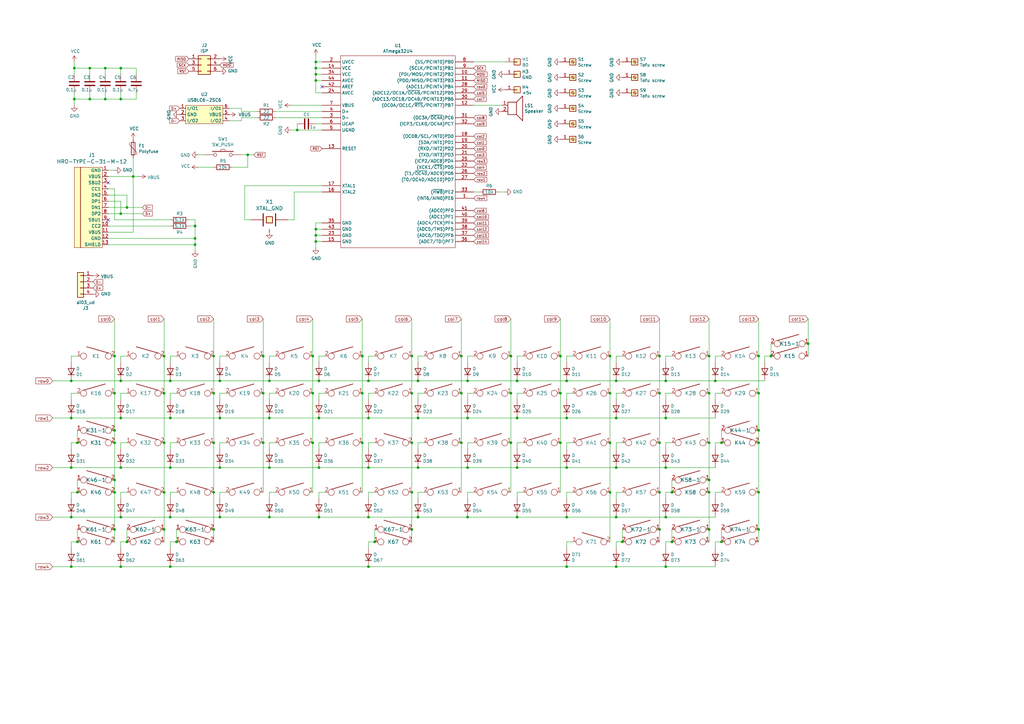
<source format=kicad_sch>
(kicad_sch (version 20230121) (generator eeschema)
  (paper "A3")
  (junction (at 250.19 161.29))
  (junction (at 129.54 30.48))
  (junction (at 49.53 40.64))
  (junction (at 290.83 196.85))
  (junction (at 311.15 201.93))
  (junction (at 229.87 181.61))
  (junction (at 270.51 181.61))
  (junction (at 31.75 201.93))
  (junction (at 46.99 176.53))
  (junction (at 43.18 27.94))
  (junction (at 270.51 146.05))
  (junction (at 148.59 146.05))
  (junction (at 121.92 53.34))
  (junction (at 80.01 100.33))
  (junction (at 232.41 191.77))
  (junction (at 110.49 171.45))
  (junction (at 29.21 156.21))
  (junction (at 290.83 201.93))
  (junction (at 209.55 161.29))
  (junction (at 110.49 212.09))
  (junction (at 110.49 191.77))
  (junction (at 29.21 191.77))
  (junction (at 129.54 93.98))
  (junction (at 290.83 146.05))
  (junction (at 316.23 146.05))
  (junction (at 252.73 232.41))
  (junction (at 275.59 201.93))
  (junction (at 129.54 25.4))
  (junction (at 90.17 191.77))
  (junction (at 31.75 222.25))
  (junction (at 67.31 146.05))
  (junction (at 36.83 40.64))
  (junction (at 171.45 156.21))
  (junction (at 189.23 161.29))
  (junction (at 52.07 222.25))
  (junction (at 101.6 63.5))
  (junction (at 30.48 40.64))
  (junction (at 273.05 212.09))
  (junction (at 250.19 201.93))
  (junction (at 46.99 196.85))
  (junction (at 128.27 146.05))
  (junction (at 290.83 181.61))
  (junction (at 69.85 212.09))
  (junction (at 107.95 181.61))
  (junction (at 130.81 171.45))
  (junction (at 67.31 201.93))
  (junction (at 293.37 156.21))
  (junction (at 87.63 201.93))
  (junction (at 171.45 171.45))
  (junction (at 209.55 146.05))
  (junction (at 191.77 212.09))
  (junction (at 87.63 146.05))
  (junction (at 252.73 212.09))
  (junction (at 46.99 201.93))
  (junction (at 270.51 217.17))
  (junction (at 273.05 156.21))
  (junction (at 229.87 146.05))
  (junction (at 80.01 92.71))
  (junction (at 87.63 181.61))
  (junction (at 29.21 212.09))
  (junction (at 67.31 161.29))
  (junction (at 295.91 181.61))
  (junction (at 168.91 217.17))
  (junction (at 189.23 181.61))
  (junction (at 232.41 212.09))
  (junction (at 69.85 156.21))
  (junction (at 49.53 171.45))
  (junction (at 250.19 146.05))
  (junction (at 90.17 156.21))
  (junction (at 270.51 161.29))
  (junction (at 72.39 222.25))
  (junction (at 43.18 40.64))
  (junction (at 148.59 181.61))
  (junction (at 80.01 97.79))
  (junction (at 151.13 171.45))
  (junction (at 49.53 232.41))
  (junction (at 107.95 146.05))
  (junction (at 311.15 181.61))
  (junction (at 171.45 191.77))
  (junction (at 151.13 191.77))
  (junction (at 151.13 232.41))
  (junction (at 232.41 156.21))
  (junction (at 295.91 222.25))
  (junction (at 191.77 171.45))
  (junction (at 275.59 222.25))
  (junction (at 153.67 222.25))
  (junction (at 128.27 181.61))
  (junction (at 87.63 161.29))
  (junction (at 49.53 212.09))
  (junction (at 69.85 232.41))
  (junction (at 168.91 146.05))
  (junction (at 311.15 217.17))
  (junction (at 49.53 87.63))
  (junction (at 168.91 201.93))
  (junction (at 212.09 212.09))
  (junction (at 49.53 191.77))
  (junction (at 130.81 156.21))
  (junction (at 36.83 27.94))
  (junction (at 129.54 33.02))
  (junction (at 252.73 156.21))
  (junction (at 212.09 191.77))
  (junction (at 250.19 181.61))
  (junction (at 171.45 212.09))
  (junction (at 273.05 171.45))
  (junction (at 128.27 161.29))
  (junction (at 270.51 201.93))
  (junction (at 46.99 161.29))
  (junction (at 129.54 27.94))
  (junction (at 209.55 181.61))
  (junction (at 87.63 217.17))
  (junction (at 273.05 232.41))
  (junction (at 110.49 156.21))
  (junction (at 311.15 176.53))
  (junction (at 69.85 191.77))
  (junction (at 212.09 156.21))
  (junction (at 151.13 212.09))
  (junction (at 31.75 181.61))
  (junction (at 273.05 191.77))
  (junction (at 229.87 161.29))
  (junction (at 148.59 161.29))
  (junction (at 107.95 161.29))
  (junction (at 189.23 146.05))
  (junction (at 232.41 171.45))
  (junction (at 69.85 171.45))
  (junction (at 168.91 161.29))
  (junction (at 49.53 27.94))
  (junction (at 49.53 156.21))
  (junction (at 46.99 181.61))
  (junction (at 212.09 171.45))
  (junction (at 90.17 171.45))
  (junction (at 29.21 232.41))
  (junction (at 54.61 72.39))
  (junction (at 191.77 156.21))
  (junction (at 130.81 191.77))
  (junction (at 67.31 181.61))
  (junction (at 30.48 27.94))
  (junction (at 311.15 146.05))
  (junction (at 129.54 96.52))
  (junction (at 168.91 181.61))
  (junction (at 29.21 171.45))
  (junction (at 90.17 212.09))
  (junction (at 52.07 85.09))
  (junction (at 331.47 140.97))
  (junction (at 67.31 217.17))
  (junction (at 232.41 232.41))
  (junction (at 290.83 161.29))
  (junction (at 46.99 146.05))
  (junction (at 255.27 222.25))
  (junction (at 252.73 171.45))
  (junction (at 311.15 161.29))
  (junction (at 290.83 217.17))
  (junction (at 129.54 99.06))
  (junction (at 151.13 156.21))
  (junction (at 191.77 191.77))
  (junction (at 252.73 191.77))
  (junction (at 46.99 217.17))
  (junction (at 130.81 212.09))
  (no_connect (at 44.45 90.17))
  (no_connect (at 132.08 35.56))
  (no_connect (at 44.45 74.93))
  (wire (pts (xy 151.13 191.77) (xy 130.81 191.77)))
  (wire (pts (xy 29.21 181.61) (xy 31.75 181.61)))
  (wire (pts (xy 104.14 63.5) (xy 101.6 63.5)))
  (wire (pts (xy 99.06 44.45) (xy 99.06 45.72)))
  (wire (pts (xy 151.13 222.25) (xy 153.67 222.25)))
  (wire (pts (xy 250.19 201.93) (xy 250.19 181.61)))
  (wire (pts (xy 171.45 201.93) (xy 173.99 201.93)))
  (wire (pts (xy 31.75 176.53) (xy 31.75 181.61)))
  (wire (pts (xy 110.49 184.15) (xy 110.49 181.61)))
  (wire (pts (xy 36.83 30.48) (xy 36.83 27.94)))
  (wire (pts (xy 129.54 33.02) (xy 129.54 38.1)))
  (wire (pts (xy 49.53 184.15) (xy 49.53 181.61)))
  (wire (pts (xy 232.41 148.59) (xy 232.41 146.05)))
  (wire (pts (xy 229.87 161.29) (xy 229.87 181.61)))
  (wire (pts (xy 129.54 91.44) (xy 129.54 93.98)))
  (wire (pts (xy 132.08 50.8) (xy 129.54 50.8)))
  (wire (pts (xy 311.15 217.17) (xy 311.15 222.25)))
  (wire (pts (xy 273.05 191.77) (xy 252.73 191.77)))
  (wire (pts (xy 252.73 163.83) (xy 252.73 161.29)))
  (wire (pts (xy 171.45 204.47) (xy 171.45 201.93)))
  (wire (pts (xy 43.18 30.48) (xy 43.18 27.94)))
  (wire (pts (xy 270.51 217.17) (xy 270.51 222.25)))
  (wire (pts (xy 49.53 232.41) (xy 29.21 232.41)))
  (wire (pts (xy 30.48 40.64) (xy 36.83 40.64)))
  (wire (pts (xy 252.73 148.59) (xy 252.73 146.05)))
  (wire (pts (xy 270.51 201.93) (xy 270.51 217.17)))
  (wire (pts (xy 232.41 161.29) (xy 234.95 161.29)))
  (wire (pts (xy 67.31 161.29) (xy 67.31 146.05)))
  (wire (pts (xy 80.01 97.79) (xy 80.01 100.33)))
  (wire (pts (xy 129.54 96.52) (xy 129.54 99.06)))
  (wire (pts (xy 49.53 82.55) (xy 44.45 82.55)))
  (wire (pts (xy 46.99 201.93) (xy 46.99 217.17)))
  (wire (pts (xy 232.41 191.77) (xy 212.09 191.77)))
  (wire (pts (xy 255.27 222.25) (xy 255.27 217.17)))
  (wire (pts (xy 196.85 78.74) (xy 194.31 78.74)))
  (wire (pts (xy 129.54 101.6) (xy 129.54 99.06)))
  (wire (pts (xy 189.23 181.61) (xy 189.23 201.93)))
  (wire (pts (xy 90.17 146.05) (xy 92.71 146.05)))
  (wire (pts (xy 151.13 224.79) (xy 151.13 222.25)))
  (wire (pts (xy 69.85 171.45) (xy 90.17 171.45)))
  (wire (pts (xy 113.03 48.26) (xy 132.08 48.26)))
  (wire (pts (xy 100.33 90.17) (xy 100.33 76.2)))
  (wire (pts (xy 130.81 191.77) (xy 110.49 191.77)))
  (wire (pts (xy 191.77 181.61) (xy 194.31 181.61)))
  (wire (pts (xy 54.61 95.25) (xy 44.45 95.25)))
  (wire (pts (xy 232.41 163.83) (xy 232.41 161.29)))
  (wire (pts (xy 212.09 148.59) (xy 212.09 146.05)))
  (wire (pts (xy 69.85 224.79) (xy 69.85 222.25)))
  (wire (pts (xy 30.48 40.64) (xy 30.48 43.18)))
  (wire (pts (xy 151.13 148.59) (xy 151.13 146.05)))
  (wire (pts (xy 290.83 222.25) (xy 290.83 217.17)))
  (wire (pts (xy 129.54 22.86) (xy 129.54 25.4)))
  (wire (pts (xy 252.73 191.77) (xy 232.41 191.77)))
  (wire (pts (xy 21.59 171.45) (xy 29.21 171.45)))
  (wire (pts (xy 232.41 146.05) (xy 234.95 146.05)))
  (wire (pts (xy 151.13 212.09) (xy 171.45 212.09)))
  (wire (pts (xy 252.73 224.79) (xy 252.73 222.25)))
  (wire (pts (xy 151.13 146.05) (xy 153.67 146.05)))
  (wire (pts (xy 212.09 171.45) (xy 232.41 171.45)))
  (wire (pts (xy 87.63 181.61) (xy 87.63 201.93)))
  (wire (pts (xy 171.45 148.59) (xy 171.45 146.05)))
  (wire (pts (xy 46.99 77.47) (xy 46.99 90.17)))
  (wire (pts (xy 151.13 171.45) (xy 171.45 171.45)))
  (wire (pts (xy 311.15 146.05) (xy 311.15 161.29)))
  (wire (pts (xy 171.45 156.21) (xy 191.77 156.21)))
  (wire (pts (xy 252.73 146.05) (xy 255.27 146.05)))
  (wire (pts (xy 52.07 85.09) (xy 58.42 85.09)))
  (wire (pts (xy 212.09 191.77) (xy 191.77 191.77)))
  (wire (pts (xy 171.45 171.45) (xy 191.77 171.45)))
  (wire (pts (xy 69.85 156.21) (xy 90.17 156.21)))
  (wire (pts (xy 212.09 212.09) (xy 232.41 212.09)))
  (wire (pts (xy 212.09 201.93) (xy 214.63 201.93)))
  (wire (pts (xy 29.21 222.25) (xy 31.75 222.25)))
  (wire (pts (xy 273.05 201.93) (xy 275.59 201.93)))
  (wire (pts (xy 270.51 181.61) (xy 270.51 201.93)))
  (wire (pts (xy 90.17 204.47) (xy 90.17 201.93)))
  (wire (pts (xy 132.08 30.48) (xy 129.54 30.48)))
  (wire (pts (xy 168.91 146.05) (xy 168.91 130.81)))
  (wire (pts (xy 191.77 204.47) (xy 191.77 201.93)))
  (wire (pts (xy 129.54 27.94) (xy 129.54 30.48)))
  (wire (pts (xy 290.83 161.29) (xy 290.83 146.05)))
  (wire (pts (xy 90.17 163.83) (xy 90.17 161.29)))
  (wire (pts (xy 46.99 90.17) (xy 69.85 90.17)))
  (wire (pts (xy 232.41 204.47) (xy 232.41 201.93)))
  (wire (pts (xy 209.55 161.29) (xy 209.55 146.05)))
  (wire (pts (xy 232.41 184.15) (xy 232.41 181.61)))
  (wire (pts (xy 49.53 171.45) (xy 69.85 171.45)))
  (wire (pts (xy 100.33 90.17) (xy 102.87 90.17)))
  (wire (pts (xy 87.63 130.81) (xy 87.63 146.05)))
  (wire (pts (xy 130.81 163.83) (xy 130.81 161.29)))
  (wire (pts (xy 229.87 130.81) (xy 229.87 146.05)))
  (wire (pts (xy 194.31 25.4) (xy 207.01 25.4)))
  (wire (pts (xy 148.59 181.61) (xy 148.59 201.93)))
  (wire (pts (xy 30.48 25.4) (xy 30.48 27.94)))
  (wire (pts (xy 148.59 161.29) (xy 148.59 181.61)))
  (wire (pts (xy 49.53 156.21) (xy 69.85 156.21)))
  (wire (pts (xy 69.85 146.05) (xy 72.39 146.05)))
  (wire (pts (xy 52.07 85.09) (xy 44.45 85.09)))
  (wire (pts (xy 293.37 161.29) (xy 295.91 161.29)))
  (wire (pts (xy 49.53 191.77) (xy 29.21 191.77)))
  (wire (pts (xy 252.73 181.61) (xy 255.27 181.61)))
  (wire (pts (xy 69.85 222.25) (xy 72.39 222.25)))
  (wire (pts (xy 129.54 38.1) (xy 132.08 38.1)))
  (wire (pts (xy 212.09 181.61) (xy 214.63 181.61)))
  (wire (pts (xy 290.83 146.05) (xy 290.83 130.81)))
  (wire (pts (xy 80.01 100.33) (xy 80.01 102.87)))
  (wire (pts (xy 194.31 43.18) (xy 205.74 43.18)))
  (wire (pts (xy 151.13 201.93) (xy 153.67 201.93)))
  (wire (pts (xy 69.85 184.15) (xy 69.85 181.61)))
  (wire (pts (xy 273.05 232.41) (xy 252.73 232.41)))
  (wire (pts (xy 273.05 163.83) (xy 273.05 161.29)))
  (wire (pts (xy 49.53 204.47) (xy 49.53 201.93)))
  (wire (pts (xy 316.23 140.97) (xy 316.23 146.05)))
  (wire (pts (xy 128.27 161.29) (xy 128.27 146.05)))
  (wire (pts (xy 49.53 146.05) (xy 52.07 146.05)))
  (wire (pts (xy 171.45 146.05) (xy 173.99 146.05)))
  (wire (pts (xy 293.37 156.21) (xy 313.69 156.21)))
  (wire (pts (xy 232.41 156.21) (xy 252.73 156.21)))
  (wire (pts (xy 107.95 161.29) (xy 107.95 181.61)))
  (wire (pts (xy 313.69 148.59) (xy 313.69 146.05)))
  (wire (pts (xy 207.01 78.74) (xy 204.47 78.74)))
  (wire (pts (xy 191.77 212.09) (xy 212.09 212.09)))
  (wire (pts (xy 90.17 201.93) (xy 92.71 201.93)))
  (wire (pts (xy 29.21 171.45) (xy 49.53 171.45)))
  (wire (pts (xy 69.85 201.93) (xy 72.39 201.93)))
  (wire (pts (xy 67.31 181.61) (xy 67.31 161.29)))
  (wire (pts (xy 30.48 38.1) (xy 30.48 40.64)))
  (wire (pts (xy 290.83 181.61) (xy 290.83 161.29)))
  (wire (pts (xy 90.17 161.29) (xy 92.71 161.29)))
  (wire (pts (xy 130.81 201.93) (xy 133.35 201.93)))
  (wire (pts (xy 55.88 40.64) (xy 55.88 38.1)))
  (wire (pts (xy 168.91 222.25) (xy 168.91 217.17)))
  (wire (pts (xy 151.13 204.47) (xy 151.13 201.93)))
  (wire (pts (xy 151.13 181.61) (xy 153.67 181.61)))
  (wire (pts (xy 107.95 130.81) (xy 107.95 146.05)))
  (wire (pts (xy 110.49 163.83) (xy 110.49 161.29)))
  (wire (pts (xy 191.77 161.29) (xy 194.31 161.29)))
  (wire (pts (xy 29.21 148.59) (xy 29.21 146.05)))
  (wire (pts (xy 275.59 196.85) (xy 275.59 201.93)))
  (wire (pts (xy 87.63 217.17) (xy 87.63 222.25)))
  (wire (pts (xy 49.53 201.93) (xy 52.07 201.93)))
  (wire (pts (xy 232.41 181.61) (xy 234.95 181.61)))
  (wire (pts (xy 132.08 27.94) (xy 129.54 27.94)))
  (wire (pts (xy 36.83 40.64) (xy 36.83 38.1)))
  (wire (pts (xy 270.51 161.29) (xy 270.51 181.61)))
  (wire (pts (xy 46.99 130.81) (xy 46.99 146.05)))
  (wire (pts (xy 252.73 201.93) (xy 255.27 201.93)))
  (wire (pts (xy 69.85 161.29) (xy 72.39 161.29)))
  (wire (pts (xy 250.19 161.29) (xy 250.19 146.05)))
  (wire (pts (xy 168.91 201.93) (xy 168.91 181.61)))
  (wire (pts (xy 273.05 212.09) (xy 293.37 212.09)))
  (wire (pts (xy 72.39 222.25) (xy 72.39 217.17)))
  (wire (pts (xy 29.21 232.41) (xy 21.59 232.41)))
  (wire (pts (xy 130.81 171.45) (xy 151.13 171.45)))
  (wire (pts (xy 99.06 48.26) (xy 105.41 48.26)))
  (wire (pts (xy 151.13 161.29) (xy 153.67 161.29)))
  (wire (pts (xy 132.08 78.74) (xy 120.65 78.74)))
  (wire (pts (xy 46.99 196.85) (xy 46.99 201.93)))
  (wire (pts (xy 29.21 146.05) (xy 31.75 146.05)))
  (wire (pts (xy 275.59 222.25) (xy 275.59 217.17)))
  (wire (pts (xy 311.15 176.53) (xy 311.15 181.61)))
  (wire (pts (xy 191.77 156.21) (xy 212.09 156.21)))
  (wire (pts (xy 132.08 25.4) (xy 129.54 25.4)))
  (wire (pts (xy 69.85 163.83) (xy 69.85 161.29)))
  (wire (pts (xy 293.37 146.05) (xy 295.91 146.05)))
  (wire (pts (xy 273.05 224.79) (xy 273.05 222.25)))
  (wire (pts (xy 293.37 184.15) (xy 293.37 181.61)))
  (wire (pts (xy 69.85 181.61) (xy 72.39 181.61)))
  (wire (pts (xy 121.92 50.8) (xy 121.92 53.34)))
  (wire (pts (xy 67.31 201.93) (xy 67.31 181.61)))
  (wire (pts (xy 293.37 201.93) (xy 295.91 201.93)))
  (wire (pts (xy 132.08 96.52) (xy 129.54 96.52)))
  (wire (pts (xy 209.55 181.61) (xy 209.55 161.29)))
  (wire (pts (xy 132.08 93.98) (xy 129.54 93.98)))
  (wire (pts (xy 67.31 146.05) (xy 67.31 130.81)))
  (wire (pts (xy 270.51 146.05) (xy 270.51 161.29)))
  (wire (pts (xy 69.85 232.41) (xy 49.53 232.41)))
  (wire (pts (xy 270.51 130.81) (xy 270.51 146.05)))
  (wire (pts (xy 252.73 204.47) (xy 252.73 201.93)))
  (wire (pts (xy 49.53 87.63) (xy 49.53 82.55)))
  (wire (pts (xy 99.06 63.5) (xy 101.6 63.5)))
  (wire (pts (xy 151.13 232.41) (xy 232.41 232.41)))
  (wire (pts (xy 313.69 146.05) (xy 316.23 146.05)))
  (wire (pts (xy 311.15 181.61) (xy 311.15 201.93)))
  (wire (pts (xy 21.59 212.09) (xy 29.21 212.09)))
  (wire (pts (xy 191.77 163.83) (xy 191.77 161.29)))
  (wire (pts (xy 54.61 72.39) (xy 54.61 95.25)))
  (wire (pts (xy 110.49 181.61) (xy 113.03 181.61)))
  (wire (pts (xy 49.53 224.79) (xy 49.53 222.25)))
  (wire (pts (xy 31.75 196.85) (xy 31.75 201.93)))
  (wire (pts (xy 293.37 148.59) (xy 293.37 146.05)))
  (wire (pts (xy 129.54 25.4) (xy 129.54 27.94)))
  (wire (pts (xy 153.67 217.17) (xy 153.67 222.25)))
  (wire (pts (xy 191.77 191.77) (xy 171.45 191.77)))
  (wire (pts (xy 151.13 232.41) (xy 69.85 232.41)))
  (wire (pts (xy 49.53 163.83) (xy 49.53 161.29)))
  (wire (pts (xy 67.31 222.25) (xy 67.31 217.17)))
  (wire (pts (xy 252.73 171.45) (xy 273.05 171.45)))
  (wire (pts (xy 69.85 148.59) (xy 69.85 146.05)))
  (wire (pts (xy 132.08 33.02) (xy 129.54 33.02)))
  (wire (pts (xy 49.53 40.64) (xy 55.88 40.64)))
  (wire (pts (xy 110.49 146.05) (xy 113.03 146.05)))
  (wire (pts (xy 229.87 146.05) (xy 229.87 161.29)))
  (wire (pts (xy 171.45 212.09) (xy 191.77 212.09)))
  (wire (pts (xy 49.53 148.59) (xy 49.53 146.05)))
  (wire (pts (xy 99.06 49.53) (xy 99.06 48.26)))
  (wire (pts (xy 273.05 181.61) (xy 275.59 181.61)))
  (wire (pts (xy 93.98 49.53) (xy 99.06 49.53)))
  (wire (pts (xy 132.08 43.18) (xy 119.38 43.18)))
  (wire (pts (xy 110.49 212.09) (xy 130.81 212.09)))
  (wire (pts (xy 90.17 156.21) (xy 110.49 156.21)))
  (wire (pts (xy 191.77 184.15) (xy 191.77 181.61)))
  (wire (pts (xy 54.61 72.39) (xy 54.61 64.77)))
  (wire (pts (xy 273.05 156.21) (xy 293.37 156.21)))
  (wire (pts (xy 30.48 27.94) (xy 30.48 30.48)))
  (wire (pts (xy 90.17 148.59) (xy 90.17 146.05)))
  (wire (pts (xy 43.18 40.64) (xy 49.53 40.64)))
  (wire (pts (xy 168.91 161.29) (xy 168.91 146.05)))
  (wire (pts (xy 148.59 146.05) (xy 148.59 161.29)))
  (wire (pts (xy 67.31 217.17) (xy 67.31 201.93)))
  (wire (pts (xy 130.81 212.09) (xy 151.13 212.09)))
  (wire (pts (xy 191.77 201.93) (xy 194.31 201.93)))
  (wire (pts (xy 295.91 222.25) (xy 295.91 217.17)))
  (wire (pts (xy 77.47 92.71) (xy 80.01 92.71)))
  (wire (pts (xy 293.37 222.25) (xy 295.91 222.25)))
  (wire (pts (xy 110.49 201.93) (xy 113.03 201.93)))
  (wire (pts (xy 191.77 148.59) (xy 191.77 146.05)))
  (wire (pts (xy 130.81 148.59) (xy 130.81 146.05)))
  (wire (pts (xy 99.06 45.72) (xy 105.41 45.72)))
  (wire (pts (xy 293.37 232.41) (xy 273.05 232.41)))
  (wire (pts (xy 49.53 30.48) (xy 49.53 27.94)))
  (wire (pts (xy 29.21 224.79) (xy 29.21 222.25)))
  (wire (pts (xy 130.81 146.05) (xy 133.35 146.05)))
  (wire (pts (xy 81.28 68.58) (xy 87.63 68.58)))
  (wire (pts (xy 29.21 204.47) (xy 29.21 201.93)))
  (wire (pts (xy 171.45 181.61) (xy 173.99 181.61)))
  (wire (pts (xy 46.99 181.61) (xy 46.99 196.85)))
  (wire (pts (xy 232.41 201.93) (xy 234.95 201.93)))
  (wire (pts (xy 128.27 146.05) (xy 128.27 130.81)))
  (wire (pts (xy 130.81 181.61) (xy 133.35 181.61)))
  (wire (pts (xy 273.05 146.05) (xy 275.59 146.05)))
  (wire (pts (xy 107.95 146.05) (xy 107.95 161.29)))
  (wire (pts (xy 101.6 68.58) (xy 95.25 68.58)))
  (wire (pts (xy 52.07 80.01) (xy 52.07 85.09)))
  (wire (pts (xy 171.45 191.77) (xy 151.13 191.77)))
  (wire (pts (xy 212.09 184.15) (xy 212.09 181.61)))
  (wire (pts (xy 189.23 161.29) (xy 189.23 181.61)))
  (wire (pts (xy 44.45 97.79) (xy 80.01 97.79)))
  (wire (pts (xy 55.88 27.94) (xy 55.88 30.48)))
  (wire (pts (xy 44.45 87.63) (xy 49.53 87.63)))
  (wire (pts (xy 290.83 217.17) (xy 290.83 201.93)))
  (wire (pts (xy 44.45 77.47) (xy 46.99 77.47)))
  (wire (pts (xy 29.21 201.93) (xy 31.75 201.93)))
  (wire (pts (xy 130.81 161.29) (xy 133.35 161.29)))
  (wire (pts (xy 87.63 201.93) (xy 87.63 217.17)))
  (wire (pts (xy 113.03 45.72) (xy 132.08 45.72)))
  (wire (pts (xy 121.92 53.34) (xy 132.08 53.34)))
  (wire (pts (xy 44.45 100.33) (xy 80.01 100.33)))
  (wire (pts (xy 43.18 40.64) (xy 43.18 38.1)))
  (wire (pts (xy 132.08 91.44) (xy 129.54 91.44)))
  (wire (pts (xy 90.17 181.61) (xy 92.71 181.61)))
  (wire (pts (xy 232.41 222.25) (xy 234.95 222.25)))
  (wire (pts (xy 232.41 171.45) (xy 252.73 171.45)))
  (wire (pts (xy 46.99 146.05) (xy 46.99 161.29)))
  (wire (pts (xy 151.13 156.21) (xy 171.45 156.21)))
  (wire (pts (xy 130.81 204.47) (xy 130.81 201.93)))
  (wire (pts (xy 49.53 40.64) (xy 49.53 38.1)))
  (wire (pts (xy 101.6 63.5) (xy 101.6 68.58)))
  (wire (pts (xy 44.45 69.85) (xy 46.99 69.85)))
  (wire (pts (xy 69.85 191.77) (xy 49.53 191.77)))
  (wire (pts (xy 77.47 90.17) (xy 80.01 90.17)))
  (wire (pts (xy 49.53 181.61) (xy 52.07 181.61)))
  (wire (pts (xy 171.45 184.15) (xy 171.45 181.61)))
  (wire (pts (xy 46.99 217.17) (xy 46.99 222.25)))
  (wire (pts (xy 49.53 212.09) (xy 69.85 212.09)))
  (wire (pts (xy 250.19 181.61) (xy 250.19 161.29)))
  (wire (pts (xy 80.01 90.17) (xy 80.01 92.71)))
  (wire (pts (xy 311.15 130.81) (xy 311.15 146.05)))
  (wire (pts (xy 44.45 80.01) (xy 52.07 80.01)))
  (wire (pts (xy 129.54 99.06) (xy 132.08 99.06)))
  (wire (pts (xy 232.41 224.79) (xy 232.41 222.25)))
  (wire (pts (xy 29.21 163.83) (xy 29.21 161.29)))
  (wire (pts (xy 331.47 140.97) (xy 331.47 130.81)))
  (wire (pts (xy 293.37 163.83) (xy 293.37 161.29)))
  (wire (pts (xy 252.73 232.41) (xy 232.41 232.41)))
  (wire (pts (xy 252.73 184.15) (xy 252.73 181.61)))
  (wire (pts (xy 130.81 156.21) (xy 151.13 156.21)))
  (wire (pts (xy 311.15 201.93) (xy 311.15 217.17)))
  (wire (pts (xy 212.09 156.21) (xy 232.41 156.21)))
  (wire (pts (xy 128.27 201.93) (xy 128.27 181.61)))
  (wire (pts (xy 129.54 93.98) (xy 129.54 96.52)))
  (wire (pts (xy 46.99 161.29) (xy 46.99 176.53)))
  (wire (pts (xy 80.01 92.71) (xy 80.01 97.79)))
  (wire (pts (xy 29.21 161.29) (xy 31.75 161.29)))
  (wire (pts (xy 293.37 191.77) (xy 273.05 191.77)))
  (wire (pts (xy 29.21 184.15) (xy 29.21 181.61)))
  (wire (pts (xy 110.49 191.77) (xy 90.17 191.77)))
  (wire (pts (xy 110.49 171.45) (xy 130.81 171.45)))
  (wire (pts (xy 90.17 184.15) (xy 90.17 181.61)))
  (wire (pts (xy 110.49 204.47) (xy 110.49 201.93)))
  (wire (pts (xy 209.55 146.05) (xy 209.55 130.81)))
  (wire (pts (xy 273.05 171.45) (xy 293.37 171.45)))
  (wire (pts (xy 36.83 27.94) (xy 43.18 27.94)))
  (wire (pts (xy 151.13 163.83) (xy 151.13 161.29)))
  (wire (pts (xy 212.09 163.83) (xy 212.09 161.29)))
  (wire (pts (xy 110.49 156.21) (xy 130.81 156.21)))
  (wire (pts (xy 110.49 148.59) (xy 110.49 146.05)))
  (wire (pts (xy 107.95 181.61) (xy 107.95 201.93)))
  (wire (pts (xy 100.33 76.2) (xy 132.08 76.2)))
  (wire (pts (xy 171.45 163.83) (xy 171.45 161.29)))
  (wire (pts (xy 209.55 201.93) (xy 209.55 181.61)))
  (wire (pts (xy 120.65 90.17) (xy 118.11 90.17)))
  (wire (pts (xy 21.59 156.21) (xy 29.21 156.21)))
  (wire (pts (xy 119.38 53.34) (xy 121.92 53.34)))
  (wire (pts (xy 29.21 156.21) (xy 49.53 156.21)))
  (wire (pts (xy 273.05 204.47) (xy 273.05 201.93)))
  (wire (pts (xy 120.65 78.74) (xy 120.65 90.17)))
  (wire (pts (xy 331.47 146.05) (xy 331.47 140.97)))
  (wire (pts (xy 30.48 27.94) (xy 36.83 27.94)))
  (wire (pts (xy 29.21 212.09) (xy 49.53 212.09)))
  (wire (pts (xy 273.05 148.59) (xy 273.05 146.05)))
  (wire (pts (xy 212.09 161.29) (xy 214.63 161.29)))
  (wire (pts (xy 189.23 130.81) (xy 189.23 146.05)))
  (wire (pts (xy 311.15 161.29) (xy 311.15 176.53)))
  (wire (pts (xy 212.09 204.47) (xy 212.09 201.93)))
  (wire (pts (xy 49.53 222.25) (xy 52.07 222.25)))
  (wire (pts (xy 252.73 161.29) (xy 255.27 161.29)))
  (wire (pts (xy 293.37 204.47) (xy 293.37 201.93)))
  (wire (pts (xy 293.37 224.79) (xy 293.37 222.25)))
  (wire (pts (xy 252.73 222.25) (xy 255.27 222.25)))
  (wire (pts (xy 93.98 44.45) (xy 99.06 44.45)))
  (wire (pts (xy 90.17 171.45) (xy 110.49 171.45)))
  (wire (pts (xy 168.91 181.61) (xy 168.91 161.29)))
  (wire (pts (xy 44.45 92.71) (xy 69.85 92.71)))
  (wire (pts (xy 52.07 222.25) (xy 52.07 217.17)))
  (wire (pts (xy 293.37 181.61) (xy 295.91 181.61)))
  (wire (pts (xy 130.81 184.15) (xy 130.81 181.61)))
  (wire (pts (xy 168.91 217.17) (xy 168.91 201.93)))
  (wire (pts (xy 189.23 146.05) (xy 189.23 161.29)))
  (wire (pts (xy 250.19 146.05) (xy 250.19 130.81)))
  (wire (pts (xy 151.13 184.15) (xy 151.13 181.61)))
  (wire (pts (xy 191.77 146.05) (xy 194.31 146.05)))
  (wire (pts (xy 290.83 201.93) (xy 290.83 196.85)))
  (wire (pts (xy 273.05 161.29) (xy 275.59 161.29)))
  (wire (pts (xy 171.45 161.29) (xy 173.99 161.29)))
  (wire (pts (xy 252.73 212.09) (xy 273.05 212.09)))
  (wire (pts (xy 29.21 191.77) (xy 21.59 191.77)))
  (wire (pts (xy 54.61 72.39) (xy 57.15 72.39)))
  (wire (pts (xy 129.54 30.48) (xy 129.54 33.02)))
  (wire (pts (xy 90.17 212.09) (xy 110.49 212.09)))
  (wire (pts (xy 87.63 161.29) (xy 87.63 181.61)))
  (wire (pts (xy 273.05 222.25) (xy 275.59 222.25)))
  (wire (pts (xy 290.83 196.85) (xy 290.83 181.61)))
  (wire (pts (xy 31.75 217.17) (xy 31.75 222.25)))
  (wire (pts (xy 252.73 156.21) (xy 273.05 156.21)))
  (wire (pts (xy 49.53 161.29) (xy 52.07 161.29)))
  (wire (pts (xy 36.83 40.64) (xy 43.18 40.64)))
  (wire (pts (xy 43.18 27.94) (xy 49.53 27.94)))
  (wire (pts (xy 295.91 176.53) (xy 295.91 181.61)))
  (wire (pts (xy 250.19 222.25) (xy 250.19 201.93)))
  (wire (pts (xy 232.41 212.09) (xy 252.73 212.09)))
  (wire (pts (xy 110.49 161.29) (xy 113.03 161.29)))
  (wire (pts (xy 90.17 191.77) (xy 69.85 191.77)))
  (wire (pts (xy 69.85 204.47) (xy 69.85 201.93)))
  (wire (pts (xy 49.53 27.94) (xy 55.88 27.94)))
  (wire (pts (xy 69.85 212.09) (xy 90.17 212.09)))
  (wire (pts (xy 191.77 171.45) (xy 212.09 171.45)))
  (wire (pts (xy 148.59 130.81) (xy 148.59 146.05)))
  (wire (pts (xy 81.28 63.5) (xy 83.82 63.5)))
  (wire (pts (xy 87.63 146.05) (xy 87.63 161.29)))
  (wire (pts (xy 273.05 184.15) (xy 273.05 181.61)))
  (wire (pts (xy 229.87 181.61) (xy 229.87 201.93)))
  (wire (pts (xy 128.27 181.61) (xy 128.27 161.29)))
  (wire (pts (xy 212.09 146.05) (xy 214.63 146.05)))
  (wire (pts (xy 49.53 87.63) (xy 58.42 87.63)))
  (wire (pts (xy 46.99 176.53) (xy 46.99 181.61)))
  (wire (pts (xy 44.45 72.39) (xy 54.61 72.39)))
  (global_label "col10" (shape input) (at 194.31 88.9 0) (effects (font (size 0.9906 0.9906))) (property "Intersheetrefs" "${INTERSHEET_REFS}" (effects hide)))
  (global_label "D-" (shape input) (at 73.66 49.53 180) (effects (font (size 0.9906 0.9906))) (property "Intersheetrefs" "${INTERSHEET_REFS}" (effects hide)))
  (global_label "row0" (shape input) (at 194.31 35.56 0) (effects (font (size 0.9906 0.9906))) (property "Intersheetrefs" "${INTERSHEET_REFS}" (effects hide)))
  (global_label "MISO" (shape input) (at 194.31 33.02 0) (effects (font (size 0.9906 0.9906))) (property "Intersheetrefs" "${INTERSHEET_REFS}" (effects hide)))
  (global_label "col9" (shape input) (at 229.87 130.81 180) (property "Intersheetrefs" "${INTERSHEET_REFS}" (effects hide)))
  (global_label "col5" (shape input) (at 194.31 38.1 0) (effects (font (size 0.9906 0.9906))) (property "Intersheetrefs" "${INTERSHEET_REFS}" (effects hide)))
  (global_label "col13" (shape input) (at 311.15 130.81 180) (property "Intersheetrefs" "${INTERSHEET_REFS}" (effects hide)))
  (global_label "SCK" (shape input) (at 77.47 26.67 180) (effects (font (size 0.9906 0.9906))) (property "Intersheetrefs" "${INTERSHEET_REFS}" (effects hide)))
  (global_label "col9" (shape input) (at 194.31 50.8 0) (effects (font (size 0.9906 0.9906))) (property "Intersheetrefs" "${INTERSHEET_REFS}" (effects hide)))
  (global_label "row4" (shape input) (at 21.59 232.41 180) (property "Intersheetrefs" "${INTERSHEET_REFS}" (effects hide)))
  (global_label "col3" (shape input) (at 107.95 130.81 180) (property "Intersheetrefs" "${INTERSHEET_REFS}" (effects hide)))
  (global_label "row2" (shape input) (at 21.59 191.77 180) (property "Intersheetrefs" "${INTERSHEET_REFS}" (effects hide)))
  (global_label "col1" (shape input) (at 194.31 58.42 0) (effects (font (size 0.9906 0.9906))) (property "Intersheetrefs" "${INTERSHEET_REFS}" (effects hide)))
  (global_label "row1" (shape input) (at 194.31 73.66 0) (effects (font (size 0.9906 0.9906))) (property "Intersheetrefs" "${INTERSHEET_REFS}" (effects hide)))
  (global_label "MOSI" (shape input) (at 90.17 26.67 0) (effects (font (size 0.9906 0.9906))) (property "Intersheetrefs" "${INTERSHEET_REFS}" (effects hide)))
  (global_label "col14" (shape input) (at 331.47 130.81 180) (property "Intersheetrefs" "${INTERSHEET_REFS}" (effects hide)))
  (global_label "col7" (shape input) (at 194.31 40.64 0) (effects (font (size 0.9906 0.9906))) (property "Intersheetrefs" "${INTERSHEET_REFS}" (effects hide)))
  (global_label "row2" (shape input) (at 194.31 71.12 0) (effects (font (size 0.9906 0.9906))) (property "Intersheetrefs" "${INTERSHEET_REFS}" (effects hide)))
  (global_label "col1" (shape input) (at 67.31 130.81 180) (property "Intersheetrefs" "${INTERSHEET_REFS}" (effects hide)))
  (global_label "col12" (shape input) (at 194.31 93.98 0) (effects (font (size 0.9906 0.9906))) (property "Intersheetrefs" "${INTERSHEET_REFS}" (effects hide)))
  (global_label "row3" (shape input) (at 21.59 212.09 180) (property "Intersheetrefs" "${INTERSHEET_REFS}" (effects hide)))
  (global_label "D+" (shape input) (at 58.42 87.63 0) (effects (font (size 0.9906 0.9906))) (property "Intersheetrefs" "${INTERSHEET_REFS}" (effects hide)))
  (global_label "col2" (shape input) (at 194.31 55.88 0) (effects (font (size 0.9906 0.9906))) (property "Intersheetrefs" "${INTERSHEET_REFS}" (effects hide)))
  (global_label "row3" (shape input) (at 194.31 66.04 0) (effects (font (size 0.9906 0.9906))) (property "Intersheetrefs" "${INTERSHEET_REFS}" (effects hide)))
  (global_label "col12" (shape input) (at 290.83 130.81 180) (property "Intersheetrefs" "${INTERSHEET_REFS}" (effects hide)))
  (global_label "col6" (shape input) (at 168.91 130.81 180) (property "Intersheetrefs" "${INTERSHEET_REFS}" (effects hide)))
  (global_label "col11" (shape input) (at 270.51 130.81 180) (property "Intersheetrefs" "${INTERSHEET_REFS}" (effects hide)))
  (global_label "col0" (shape input) (at 194.31 60.96 0) (effects (font (size 0.9906 0.9906))) (property "Intersheetrefs" "${INTERSHEET_REFS}" (effects hide)))
  (global_label "col6" (shape input) (at 194.31 86.36 0) (effects (font (size 0.9906 0.9906))) (property "Intersheetrefs" "${INTERSHEET_REFS}" (effects hide)))
  (global_label "row1" (shape input) (at 21.59 171.45 180) (property "Intersheetrefs" "${INTERSHEET_REFS}" (effects hide)))
  (global_label "D+" (shape input) (at 73.66 44.45 180) (effects (font (size 0.9906 0.9906))) (property "Intersheetrefs" "${INTERSHEET_REFS}" (effects hide)))
  (global_label "RST" (shape input) (at 104.14 63.5 0) (effects (font (size 0.9906 0.9906))) (property "Intersheetrefs" "${INTERSHEET_REFS}" (effects hide)))
  (global_label "col8" (shape input) (at 194.31 48.26 0) (effects (font (size 0.9906 0.9906))) (property "Intersheetrefs" "${INTERSHEET_REFS}" (effects hide)))
  (global_label "col8" (shape input) (at 209.55 130.81 180) (property "Intersheetrefs" "${INTERSHEET_REFS}" (effects hide)))
  (global_label "row4" (shape input) (at 194.31 81.28 0) (effects (font (size 0.9906 0.9906))) (property "Intersheetrefs" "${INTERSHEET_REFS}" (effects hide)))
  (global_label "col14" (shape input) (at 194.31 99.06 0) (effects (font (size 0.9906 0.9906))) (property "Intersheetrefs" "${INTERSHEET_REFS}" (effects hide)))
  (global_label "MISO" (shape input) (at 77.47 24.13 180) (effects (font (size 0.9906 0.9906))) (property "Intersheetrefs" "${INTERSHEET_REFS}" (effects hide)))
  (global_label "D-" (shape input) (at 38.1 115.57 0) (effects (font (size 0.9906 0.9906))) (property "Intersheetrefs" "${INTERSHEET_REFS}" (effects hide)))
  (global_label "row0" (shape input) (at 21.59 156.21 180) (property "Intersheetrefs" "${INTERSHEET_REFS}" (effects hide)))
  (global_label "SCK" (shape input) (at 194.31 27.94 0) (effects (font (size 0.9906 0.9906))) (property "Intersheetrefs" "${INTERSHEET_REFS}" (effects hide)))
  (global_label "col7" (shape input) (at 189.23 130.81 180) (property "Intersheetrefs" "${INTERSHEET_REFS}" (effects hide)))
  (global_label "D-" (shape input) (at 58.42 85.09 0) (effects (font (size 0.9906 0.9906))) (property "Intersheetrefs" "${INTERSHEET_REFS}" (effects hide)))
  (global_label "col4" (shape input) (at 194.31 68.58 0) (effects (font (size 0.9906 0.9906))) (property "Intersheetrefs" "${INTERSHEET_REFS}" (effects hide)))
  (global_label "RST" (shape input) (at 77.47 29.21 180) (effects (font (size 0.9906 0.9906))) (property "Intersheetrefs" "${INTERSHEET_REFS}" (effects hide)))
  (global_label "MOSI" (shape input) (at 194.31 30.48 0) (effects (font (size 0.9906 0.9906))) (property "Intersheetrefs" "${INTERSHEET_REFS}" (effects hide)))
  (global_label "RST" (shape input) (at 132.08 60.96 180) (effects (font (size 0.9906 0.9906))) (property "Intersheetrefs" "${INTERSHEET_REFS}" (effects hide)))
  (global_label "col11" (shape input) (at 194.31 91.44 0) (effects (font (size 0.9906 0.9906))) (property "Intersheetrefs" "${INTERSHEET_REFS}" (effects hide)))
  (global_label "col0" (shape input) (at 46.99 130.81 180) (property "Intersheetrefs" "${INTERSHEET_REFS}" (effects hide)))
  (global_label "col2" (shape input) (at 87.63 130.81 180) (property "Intersheetrefs" "${INTERSHEET_REFS}" (effects hide)))
  (global_label "col3" (shape input) (at 194.31 63.5 0) (effects (font (size 0.9906 0.9906))) (property "Intersheetrefs" "${INTERSHEET_REFS}" (effects hide)))
  (global_label "col10" (shape input) (at 250.19 130.81 180) (property "Intersheetrefs" "${INTERSHEET_REFS}" (effects hide)))
  (global_label "col5" (shape input) (at 148.59 130.81 180) (property "Intersheetrefs" "${INTERSHEET_REFS}" (effects hide)))
  (global_label "D+" (shape input) (at 38.1 118.11 0) (effects (font (size 0.9906 0.9906))) (property "Intersheetrefs" "${INTERSHEET_REFS}" (effects hide)))
  (global_label "col13" (shape input) (at 194.31 96.52 0) (effects (font (size 0.9906 0.9906))) (property "Intersheetrefs" "${INTERSHEET_REFS}" (effects hide)))
  (global_label "col4" (shape input) (at 128.27 130.81 180) (property "Intersheetrefs" "${INTERSHEET_REFS}" (effects hide)))
  (symbol (lib_id "atmel:ATmega32U4") (at 163.83 64.77 0) (unit 1)
    (property "Reference" "U1" (at 163.195 18.669 0))
    (property "Value" "ATmega32U4" (at 163.195 20.9804 0))
    (property "Footprint" "Keeb_components:ATMEGA32U4" (effects hide))
  )
  (symbol (lib_id "Device:R") (at 109.22 45.72 270) (unit 1)
    (property "Reference" "R1" (at 109.22 43.18 90))
    (property "Value" "22" (at 109.22 45.72 90))
    (property "Footprint" "Keeb_components:R_0805" (effects hide))
  )
  (symbol (lib_id "Device:R") (at 109.22 48.26 90) (unit 1)
    (property "Reference" "R2" (at 109.22 50.8 90))
    (property "Value" "22" (at 109.22 48.26 90))
    (property "Footprint" "Keeb_components:R_0805" (effects hide))
  )
  (symbol (lib_id "Power:GND") (at 119.38 53.34 270) (unit 1)
    (property "Reference" "#PWR0101" (effects hide))
    (property "Value" "GND" (at 114.9858 53.467 0))
  )
  (symbol (lib_id "Power:VCC") (at 129.54 22.86 0) (unit 1)
    (property "Reference" "#PWR0103" (effects hide))
    (property "Value" "VCC" (at 129.9718 18.4658 0))
  )
  (symbol (lib_id "keyboard_parts:SW_PUSH") (at 91.44 63.5 0) (unit 1)
    (property "Reference" "SW1" (at 91.44 57.023 0))
    (property "Value" "SW_PUSH" (at 91.44 59.3344 0))
    (property "Footprint" "Button_Switch_SMD:SW_SPST_TL3342" (effects hide))
  )
  (symbol (lib_id "Power:VCC") (at 81.28 68.58 90) (unit 1)
    (property "Reference" "#PWR0104" (effects hide))
    (property "Value" "VCC" (at 78.0542 68.1228 90) (effects (justify left)))
  )
  (symbol (lib_id "Device:R") (at 91.44 68.58 270) (unit 1)
    (property "Reference" "R5" (at 91.44 66.04 90))
    (property "Value" "10k" (at 91.44 68.58 90))
    (property "Footprint" "Keeb_components:R_0805" (effects hide))
  )
  (symbol (lib_id "Power:GND") (at 81.28 63.5 270) (unit 1)
    (property "Reference" "#PWR0105" (effects hide))
    (property "Value" "GND" (at 78.0288 63.627 90) (effects (justify right)))
  )
  (symbol (lib_id "Connector:Screw_Terminal_01x01") (at 234.95 25.4 0) (unit 1)
    (property "Reference" "S1" (at 236.982 24.3332 0) (effects (justify left)))
    (property "Value" "Screw" (at 236.982 26.6446 0) (effects (justify left)))
    (property "Footprint" "footprints:5.5_5x2.5mm" (effects hide))
  )
  (symbol (lib_id "Power:GND") (at 229.87 25.4 270) (unit 1)
    (property "Reference" "#PWR0114" (effects hide))
    (property "Value" "GND" (at 225.4758 25.527 0))
  )
  (symbol (lib_id "Connector:Screw_Terminal_01x01") (at 234.95 31.75 0) (unit 1)
    (property "Reference" "S2" (at 236.982 30.6832 0) (effects (justify left)))
    (property "Value" "Screw" (at 236.982 32.9946 0) (effects (justify left)))
    (property "Footprint" "footprints:5.5_5x2.5mm" (effects hide))
  )
  (symbol (lib_id "Power:GND") (at 229.87 31.75 270) (unit 1)
    (property "Reference" "#PWR0115" (effects hide))
    (property "Value" "GND" (at 225.4758 31.877 0))
  )
  (symbol (lib_id "Device:R") (at 200.66 78.74 270) (unit 1)
    (property "Reference" "R6" (at 200.66 76.2 90))
    (property "Value" "10k" (at 200.66 78.74 90))
    (property "Footprint" "Keeb_components:R_0805" (effects hide))
  )
  (symbol (lib_id "Power:GND") (at 207.01 78.74 90) (unit 1)
    (property "Reference" "#PWR0106" (effects hide))
    (property "Value" "GND" (at 210.2612 78.613 90) (effects (justify right)))
  )
  (symbol (lib_id "Device:C") (at 125.73 50.8 270) (unit 1)
    (property "Reference" "C1" (at 125.73 46.99 90))
    (property "Value" "1u" (at 128.27 52.07 90))
    (property "Footprint" "Keeb_components:C_0805" (effects hide))
  )
  (symbol (lib_id "keyboard_parts:XTAL_GND") (at 110.49 90.17 0) (unit 1)
    (property "Reference" "X1" (at 110.49 82.7532 0) (effects (font (size 1.524 1.524))))
    (property "Value" "XTAL_GND" (at 110.49 85.4456 0) (effects (font (size 1.524 1.524))))
    (property "Footprint" "Keeb_components:Resonator_SMD_muRata_CSTNExxV-3Pin-p1.2" (effects hide))
  )
  (symbol (lib_id "Power:GND") (at 110.49 95.25 0) (unit 1)
    (property "Reference" "#PWR0107" (effects hide))
    (property "Value" "GND" (at 110.617 99.6442 0))
  )
  (symbol (lib_id "Power:GND") (at 129.54 101.6 0) (unit 1)
    (property "Reference" "#PWR0108" (effects hide))
    (property "Value" "GND" (at 129.667 105.9942 0))
  )
  (symbol (lib_id "Power:VCC") (at 30.48 25.4 0) (unit 1)
    (property "Reference" "#PWR0109" (effects hide))
    (property "Value" "VCC" (at 30.9118 21.0058 0))
  )
  (symbol (lib_id "Power:GND") (at 30.48 43.18 0) (unit 1)
    (property "Reference" "#PWR0110" (effects hide))
    (property "Value" "GND" (at 30.607 47.5742 0))
  )
  (symbol (lib_id "Device:C") (at 30.48 34.29 180) (unit 1)
    (property "Reference" "C2" (at 29.21 31.75 0))
    (property "Value" "0.1u" (at 29.21 36.83 0))
    (property "Footprint" "Keeb_components:C_0805" (effects hide))
  )
  (symbol (lib_id "Device:C") (at 36.83 34.29 180) (unit 1)
    (property "Reference" "C3" (at 35.56 31.75 0))
    (property "Value" "0.1u" (at 35.56 36.83 0))
    (property "Footprint" "Keeb_components:C_0805" (effects hide))
  )
  (symbol (lib_id "Device:C") (at 43.18 34.29 180) (unit 1)
    (property "Reference" "C4" (at 41.91 31.75 0))
    (property "Value" "0.1u" (at 41.91 36.83 0))
    (property "Footprint" "Keeb_components:C_0805" (effects hide))
  )
  (symbol (lib_id "Device:C") (at 49.53 34.29 180) (unit 1)
    (property "Reference" "C5" (at 48.26 31.75 0))
    (property "Value" "0.1u" (at 48.26 36.83 0))
    (property "Footprint" "Keeb_components:C_0805" (effects hide))
  )
  (symbol (lib_id "Device:C") (at 55.88 34.29 180) (unit 1)
    (property "Reference" "C6" (at 54.61 31.75 0))
    (property "Value" "4.7u" (at 54.61 36.83 0))
    (property "Footprint" "Keeb_components:C_0805" (effects hide))
  )
  (symbol (lib_id "Device:Polyfuse") (at 54.61 60.96 0) (unit 1)
    (property "Reference" "F1" (at 56.8452 59.7916 0) (effects (justify left)))
    (property "Value" "Polyfuse" (at 56.8452 62.103 0) (effects (justify left)))
    (property "Footprint" "Keeb_components:R_0805" (effects hide))
  )
  (symbol (lib_id "Connector:Screw_Terminal_01x01") (at 234.95 38.1 0) (unit 1)
    (property "Reference" "S3" (at 236.982 37.0332 0) (effects (justify left)))
    (property "Value" "Screw" (at 236.982 39.3446 0) (effects (justify left)))
    (property "Footprint" "footprints:5.5_5x2.5mm" (effects hide))
  )
  (symbol (lib_id "Power:GND") (at 229.87 38.1 270) (unit 1)
    (property "Reference" "#PWR0116" (effects hide))
    (property "Value" "GND" (at 225.4758 38.227 0))
  )
  (symbol (lib_id "Power:GND") (at 207.01 30.48 270) (unit 1)
    (property "Reference" "#PWR0122" (effects hide))
    (property "Value" "GND" (at 202.6158 30.607 0))
  )
  (symbol (lib_id "keyboard_parts:USBLC6-2SC6") (at 83.82 46.99 0) (unit 1)
    (property "Reference" "U2" (at 83.82 38.735 0))
    (property "Value" "USBLC6-2SC6" (at 83.82 41.0464 0))
    (property "Footprint" "Keeb_components:USBLC6-2SC6" (effects hide))
    (property "Farnell" "1295310" (effects hide))
  )
  (symbol (lib_id "Type-C:HRO-TYPE-C-31-M-12") (at 41.91 83.82 0) (unit 1)
    (property "Reference" "J1" (at 37.6682 63.5762 0) (effects (font (size 1.524 1.524))))
    (property "Value" "HRO-TYPE-C-31-M-12" (at 37.6682 66.2686 0) (effects (font (size 1.524 1.524))))
    (property "Footprint" "Keeb_components:HRO-TYPE-C-31-M-12" (effects hide))
  )
  (symbol (lib_id "Power:GND") (at 46.99 69.85 90) (unit 1)
    (property "Reference" "#PWR0102" (effects hide))
    (property "Value" "GND" (at 50.2412 69.723 90) (effects (justify right)))
  )
  (symbol (lib_id "Connector:Screw_Terminal_01x01") (at 234.95 44.45 0) (unit 1)
    (property "Reference" "S4" (at 236.982 43.3832 0) (effects (justify left)))
    (property "Value" "Screw" (at 236.982 45.6946 0) (effects (justify left)))
    (property "Footprint" "footprints:10x5_7x2.5mm" (effects hide))
  )
  (symbol (lib_id "Power:GND") (at 229.87 44.45 270) (unit 1)
    (property "Reference" "#PWR0117" (effects hide))
    (property "Value" "GND" (at 225.4758 44.577 0))
  )
  (symbol (lib_id "Connector:Screw_Terminal_01x01") (at 234.95 50.8 0) (unit 1)
    (property "Reference" "S5" (at 236.982 49.7332 0) (effects (justify left)))
    (property "Value" "Screw" (at 236.982 52.0446 0) (effects (justify left)))
    (property "Footprint" "footprints:10x5_7x2.5mm" (effects hide))
  )
  (symbol (lib_id "Power:GND") (at 229.87 50.8 270) (unit 1)
    (property "Reference" "#PWR0118" (effects hide))
    (property "Value" "GND" (at 225.4758 50.927 0))
  )
  (symbol (lib_id "Device:R") (at 73.66 90.17 270) (unit 1)
    (property "Reference" "R3" (at 73.66 87.63 90))
    (property "Value" "5.1k" (at 73.66 90.17 90))
    (property "Footprint" "Keeb_components:R_0805" (effects hide))
  )
  (symbol (lib_id "Device:R") (at 73.66 92.71 90) (unit 1)
    (property "Reference" "R4" (at 73.66 95.25 90))
    (property "Value" "5.1k" (at 73.66 92.71 90))
    (property "Footprint" "Keeb_components:R_0805" (effects hide))
  )
  (symbol (lib_id "Power:GND") (at 80.01 102.87 0) (unit 1)
    (property "Reference" "#PWR0111" (effects hide))
    (property "Value" "GND" (at 80.137 106.1212 90) (effects (justify right)))
  )
  (symbol (lib_id "Power:VCC") (at 54.61 57.15 0) (unit 1)
    (property "Reference" "#PWR0112" (effects hide))
    (property "Value" "VCC" (at 55.0418 52.7558 0))
  )
  (symbol (lib_id "Connector:Screw_Terminal_01x01") (at 234.95 57.15 0) (unit 1)
    (property "Reference" "S6" (at 236.982 56.0832 0) (effects (justify left)))
    (property "Value" "Screw" (at 236.982 58.3946 0) (effects (justify left)))
    (property "Footprint" "footprints:5.5_5x2.5mm" (effects hide))
  )
  (symbol (lib_id "Power:GND") (at 229.87 57.15 270) (unit 1)
    (property "Reference" "#PWR0119" (effects hide))
    (property "Value" "GND" (at 225.4758 57.277 0))
  )
  (symbol (lib_id "Power:VCC") (at 207.01 36.83 90) (unit 1)
    (property "Reference" "#PWR0123" (effects hide))
    (property "Value" "VCC" (at 202.6158 36.3982 0))
  )
  (symbol (lib_id "Connector_Generic:Conn_01x01") (at 212.09 30.48 0) (unit 1)
    (property "Reference" "H3" (at 214.122 29.4132 0) (effects (justify left)))
    (property "Value" "GND" (at 214.122 31.7246 0) (effects (justify left)))
    (property "Footprint" "footprints:free_pin" (effects hide))
  )
  (symbol (lib_id "Power:VCC") (at 119.38 43.18 90) (unit 1)
    (property "Reference" "#PWR0113" (effects hide))
    (property "Value" "VCC" (at 114.9858 42.7482 0))
  )
  (symbol (lib_id "Connector_Generic:Conn_01x01") (at 212.09 36.83 0) (unit 1)
    (property "Reference" "H4" (at 214.122 35.7632 0) (effects (justify left)))
    (property "Value" "+5v" (at 214.122 38.0746 0) (effects (justify left)))
    (property "Footprint" "footprints:free_pin" (effects hide))
  )
  (symbol (lib_id "Power:VBUS") (at 57.15 72.39 270) (unit 1)
    (property "Reference" "#PWR0124" (effects hide))
    (property "Value" "VBUS" (at 60.4012 72.771 90) (effects (justify left)))
  )
  (symbol (lib_id "Power:VBUS") (at 93.98 46.99 270) (unit 1)
    (property "Reference" "#PWR0125" (effects hide))
    (property "Value" "VBUS" (at 97.79 46.99 90) (effects (justify left)))
  )
  (symbol (lib_id "keyboard_parts:KEYSW") (at 39.37 146.05 0) (mirror y) (unit 1)
    (property "Reference" "K1" (at 39.37 146.05 0) (effects (font (size 1.524 1.524))))
    (property "Value" "KEYSW" (effects hide))
    (property "Footprint" "Keeb_switches:CHERRY_PLATE_100H" (effects hide))
  )
  (symbol (lib_id "Device:D") (at 29.21 152.4 270) (mirror x) (unit 1)
    (property "Reference" "D1" (at 31.2166 153.5684 90) (effects (justify left)))
    (property "Value" "D" (at 31.2166 151.257 90) (effects (justify left)))
    (property "Footprint" "Keeb_components:D_0805" (effects hide))
  )
  (symbol (lib_id "Power:GND") (at 73.66 46.99 270) (unit 1)
    (property "Reference" "#PWR0126" (effects hide))
    (property "Value" "GND" (at 69.2658 47.117 0))
  )
  (symbol (lib_id "keyboard_parts:KEYSW") (at 59.69 146.05 0) (mirror y) (unit 1)
    (property "Reference" "K2" (at 59.69 146.05 0) (effects (font (size 1.524 1.524))))
    (property "Value" "KEYSW" (effects hide))
    (property "Footprint" "Keeb_switches:CHERRY_PLATE_100H" (effects hide))
  )
  (symbol (lib_id "Device:D") (at 49.53 152.4 270) (mirror x) (unit 1)
    (property "Reference" "D2" (at 51.5366 153.5684 90) (effects (justify left)))
    (property "Value" "D" (at 51.5366 151.257 90) (effects (justify left)))
    (property "Footprint" "Keeb_components:D_0805" (effects hide))
  )
  (symbol (lib_id "keyboard_parts:KEYSW") (at 80.01 146.05 0) (mirror y) (unit 1)
    (property "Reference" "K3" (at 80.01 146.05 0) (effects (font (size 1.524 1.524))))
    (property "Value" "KEYSW" (effects hide))
    (property "Footprint" "Keeb_switches:CHERRY_PLATE_100H" (effects hide))
  )
  (symbol (lib_id "Device:D") (at 69.85 152.4 270) (mirror x) (unit 1)
    (property "Reference" "D3" (at 71.8566 153.5684 90) (effects (justify left)))
    (property "Value" "D" (at 71.8566 151.257 90) (effects (justify left)))
    (property "Footprint" "Keeb_components:D_0805" (effects hide))
  )
  (symbol (lib_id "keyboard_parts:KEYSW") (at 100.33 146.05 0) (unit 1)
    (property "Reference" "K4" (at 100.33 146.05 0) (effects (font (size 1.524 1.524))))
    (property "Value" "KEYSW" (effects hide))
    (property "Footprint" "Keeb_switches:CHERRY_PLATE_100H" (effects hide))
  )
  (symbol (lib_id "Device:D") (at 90.17 152.4 270) (mirror x) (unit 1)
    (property "Reference" "D4" (at 92.1766 153.5684 90) (effects (justify left)))
    (property "Value" "D" (at 92.1766 151.257 90) (effects (justify left)))
    (property "Footprint" "Keeb_components:D_0805" (effects hide))
  )
  (symbol (lib_id "keyboard_parts:KEYSW") (at 120.65 146.05 0) (unit 1)
    (property "Reference" "K5" (at 120.65 146.05 0) (effects (font (size 1.524 1.524))))
    (property "Value" "KEYSW" (effects hide))
    (property "Footprint" "Keeb_switches:CHERRY_PLATE_100H" (effects hide))
  )
  (symbol (lib_id "Device:D") (at 110.49 152.4 270) (mirror x) (unit 1)
    (property "Reference" "D5" (at 112.4966 153.5684 90) (effects (justify left)))
    (property "Value" "D" (at 112.4966 151.257 90) (effects (justify left)))
    (property "Footprint" "Keeb_components:D_0805" (effects hide))
  )
  (symbol (lib_id "keyboard_parts:KEYSW") (at 140.97 146.05 0) (unit 1)
    (property "Reference" "K6" (at 140.97 146.05 0) (effects (font (size 1.524 1.524))))
    (property "Value" "KEYSW" (effects hide))
    (property "Footprint" "Keeb_switches:CHERRY_PLATE_100H" (effects hide))
  )
  (symbol (lib_id "Device:D") (at 130.81 152.4 270) (mirror x) (unit 1)
    (property "Reference" "D6" (at 132.8166 153.5684 90) (effects (justify left)))
    (property "Value" "D" (at 132.8166 151.257 90) (effects (justify left)))
    (property "Footprint" "Keeb_components:D_0805" (effects hide))
  )
  (symbol (lib_id "keyboard_parts:KEYSW") (at 161.29 146.05 0) (unit 1)
    (property "Reference" "K7" (at 161.29 146.05 0) (effects (font (size 1.524 1.524))))
    (property "Value" "KEYSW" (effects hide))
    (property "Footprint" "Keeb_switches:CHERRY_PLATE_100H" (effects hide))
  )
  (symbol (lib_id "Device:D") (at 151.13 152.4 270) (mirror x) (unit 1)
    (property "Reference" "D7" (at 153.1366 153.5684 90) (effects (justify left)))
    (property "Value" "D" (at 153.1366 151.257 90) (effects (justify left)))
    (property "Footprint" "Keeb_components:D_0805" (effects hide))
  )
  (symbol (lib_id "keyboard_parts:KEYSW") (at 181.61 146.05 0) (unit 1)
    (property "Reference" "K8" (at 181.61 146.05 0) (effects (font (size 1.524 1.524))))
    (property "Value" "KEYSW" (effects hide))
    (property "Footprint" "Keeb_switches:CHERRY_PLATE_100H" (effects hide))
  )
  (symbol (lib_id "Device:D") (at 171.45 152.4 270) (mirror x) (unit 1)
    (property "Reference" "D8" (at 173.4566 153.5684 90) (effects (justify left)))
    (property "Value" "D" (at 173.4566 151.257 90) (effects (justify left)))
    (property "Footprint" "Keeb_components:D_0805" (effects hide))
  )
  (symbol (lib_id "keyboard_parts:KEYSW") (at 201.93 146.05 0) (unit 1)
    (property "Reference" "K9" (at 201.93 146.05 0) (effects (font (size 1.524 1.524))))
    (property "Value" "KEYSW" (effects hide))
    (property "Footprint" "Keeb_switches:CHERRY_PLATE_100H" (effects hide))
  )
  (symbol (lib_id "Device:D") (at 191.77 152.4 270) (mirror x) (unit 1)
    (property "Reference" "D9" (at 193.7766 153.5684 90) (effects (justify left)))
    (property "Value" "D" (at 193.7766 151.257 90) (effects (justify left)))
    (property "Footprint" "Keeb_components:D_0805" (effects hide))
  )
  (symbol (lib_id "keyboard_parts:KEYSW") (at 222.25 146.05 0) (unit 1)
    (property "Reference" "K10" (at 222.25 146.05 0) (effects (font (size 1.524 1.524))))
    (property "Value" "KEYSW" (effects hide))
    (property "Footprint" "Keeb_switches:CHERRY_PLATE_100H" (effects hide))
  )
  (symbol (lib_id "Device:D") (at 212.09 152.4 270) (mirror x) (unit 1)
    (property "Reference" "D10" (at 214.0966 153.5684 90) (effects (justify left)))
    (property "Value" "D" (at 214.0966 151.257 90) (effects (justify left)))
    (property "Footprint" "Keeb_components:D_0805" (effects hide))
  )
  (symbol (lib_id "keyboard_parts:KEYSW") (at 242.57 146.05 0) (unit 1)
    (property "Reference" "K11" (at 242.57 146.05 0) (effects (font (size 1.524 1.524))))
    (property "Value" "KEYSW" (effects hide))
    (property "Footprint" "Keeb_switches:CHERRY_PLATE_100H" (effects hide))
  )
  (symbol (lib_id "Device:D") (at 232.41 152.4 270) (mirror x) (unit 1)
    (property "Reference" "D11" (at 234.4166 153.5684 90) (effects (justify left)))
    (property "Value" "D" (at 234.4166 151.257 90) (effects (justify left)))
    (property "Footprint" "Keeb_components:D_0805" (effects hide))
  )
  (symbol (lib_id "keyboard_parts:KEYSW") (at 262.89 146.05 0) (unit 1)
    (property "Reference" "K12" (at 262.89 146.05 0) (effects (font (size 1.524 1.524))))
    (property "Value" "KEYSW" (effects hide))
    (property "Footprint" "Keeb_switches:CHERRY_PLATE_100H" (effects hide))
  )
  (symbol (lib_id "Device:D") (at 252.73 152.4 270) (mirror x) (unit 1)
    (property "Reference" "D12" (at 254.7366 153.5684 90) (effects (justify left)))
    (property "Value" "D" (at 254.7366 151.257 90) (effects (justify left)))
    (property "Footprint" "Keeb_components:D_0805" (effects hide))
  )
  (symbol (lib_id "keyboard_parts:KEYSW") (at 283.21 146.05 0) (unit 1)
    (property "Reference" "K13" (at 283.21 146.05 0) (effects (font (size 1.524 1.524))))
    (property "Value" "KEYSW" (effects hide))
    (property "Footprint" "Keeb_switches:CHERRY_PLATE_100H" (effects hide))
  )
  (symbol (lib_id "Device:D") (at 273.05 152.4 270) (mirror x) (unit 1)
    (property "Reference" "D13" (at 275.0566 153.5684 90) (effects (justify left)))
    (property "Value" "D" (at 275.0566 151.257 90) (effects (justify left)))
    (property "Footprint" "Keeb_components:D_0805" (effects hide))
  )
  (symbol (lib_id "keyboard_parts:KEYSW") (at 303.53 146.05 0) (unit 1)
    (property "Reference" "K14" (at 303.53 146.05 0) (effects (font (size 1.524 1.524))))
    (property "Value" "KEYSW" (effects hide))
    (property "Footprint" "Keeb_switches:CHERRY_PLATE_100H" (effects hide))
  )
  (symbol (lib_id "Device:D") (at 293.37 152.4 270) (mirror x) (unit 1)
    (property "Reference" "D14" (at 295.3766 153.5684 90) (effects (justify left)))
    (property "Value" "D" (at 295.3766 151.257 90) (effects (justify left)))
    (property "Footprint" "Keeb_components:D_0805" (effects hide))
  )
  (symbol (lib_id "keyboard_parts:KEYSW") (at 323.85 146.05 0) (unit 1)
    (property "Reference" "K15" (at 323.85 146.05 0) (effects (font (size 1.524 1.524))))
    (property "Value" "KEYSW" (effects hide))
    (property "Footprint" "Keeb_switches:CHERRY_PCB_200H" (effects hide))
  )
  (symbol (lib_id "Device:D") (at 313.69 152.4 270) (mirror x) (unit 1)
    (property "Reference" "D15" (at 315.6966 153.5684 90) (effects (justify left)))
    (property "Value" "D" (at 315.6966 151.257 90) (effects (justify left)))
    (property "Footprint" "Keeb_components:D_0805" (effects hide))
  )
  (symbol (lib_id "keyboard_parts:KEYSW") (at 39.37 161.29 0) (unit 1)
    (property "Reference" "K16" (at 39.37 161.29 0) (effects (font (size 1.524 1.524))))
    (property "Value" "KEYSW" (effects hide))
    (property "Footprint" "Keeb_switches:CHERRY_PLATE_150H" (effects hide))
  )
  (symbol (lib_id "Device:D") (at 29.21 167.64 270) (mirror x) (unit 1)
    (property "Reference" "D16" (at 31.2166 168.8084 90) (effects (justify left)))
    (property "Value" "D" (at 31.2166 166.497 90) (effects (justify left)))
    (property "Footprint" "Keeb_components:D_0805" (effects hide))
  )
  (symbol (lib_id "keyboard_parts:KEYSW") (at 59.69 161.29 0) (mirror y) (unit 1)
    (property "Reference" "K17" (at 59.69 161.29 0) (effects (font (size 1.524 1.524))))
    (property "Value" "KEYSW" (effects hide))
    (property "Footprint" "Keeb_switches:CHERRY_PLATE_100H" (effects hide))
  )
  (symbol (lib_id "Device:D") (at 49.53 167.64 270) (mirror x) (unit 1)
    (property "Reference" "D17" (at 51.5366 168.8084 90) (effects (justify left)))
    (property "Value" "D" (at 51.5366 166.497 90) (effects (justify left)))
    (property "Footprint" "Keeb_components:D_0805" (effects hide))
  )
  (symbol (lib_id "keyboard_parts:KEYSW") (at 80.01 161.29 0) (unit 1)
    (property "Reference" "K18" (at 80.01 161.29 0) (effects (font (size 1.524 1.524))))
    (property "Value" "KEYSW" (effects hide))
    (property "Footprint" "Keeb_switches:CHERRY_PLATE_100H" (effects hide))
  )
  (symbol (lib_id "Device:D") (at 69.85 167.64 270) (mirror x) (unit 1)
    (property "Reference" "D18" (at 71.8566 168.8084 90) (effects (justify left)))
    (property "Value" "D" (at 71.8566 166.497 90) (effects (justify left)))
    (property "Footprint" "Keeb_components:D_0805" (effects hide))
  )
  (symbol (lib_id "keyboard_parts:KEYSW") (at 100.33 161.29 0) (unit 1)
    (property "Reference" "K19" (at 100.33 161.29 0) (effects (font (size 1.524 1.524))))
    (property "Value" "KEYSW" (effects hide))
    (property "Footprint" "Keeb_switches:CHERRY_PLATE_100H" (effects hide))
  )
  (symbol (lib_id "Device:D") (at 90.17 167.64 270) (mirror x) (unit 1)
    (property "Reference" "D19" (at 92.1766 168.8084 90) (effects (justify left)))
    (property "Value" "D" (at 92.1766 166.497 90) (effects (justify left)))
    (property "Footprint" "Keeb_components:D_0805" (effects hide))
  )
  (symbol (lib_id "keyboard_parts:KEYSW") (at 120.65 161.29 0) (unit 1)
    (property "Reference" "K20" (at 120.65 161.29 0) (effects (font (size 1.524 1.524))))
    (property "Value" "KEYSW" (effects hide))
    (property "Footprint" "Keeb_switches:CHERRY_PLATE_100H" (effects hide))
  )
  (symbol (lib_id "Device:D") (at 110.49 167.64 270) (mirror x) (unit 1)
    (property "Reference" "D20" (at 112.4966 168.8084 90) (effects (justify left)))
    (property "Value" "D" (at 112.4966 166.497 90) (effects (justify left)))
    (property "Footprint" "Keeb_components:D_0805" (effects hide))
  )
  (symbol (lib_id "keyboard_parts:KEYSW") (at 140.97 161.29 0) (unit 1)
    (property "Reference" "K21" (at 140.97 161.29 0) (effects (font (size 1.524 1.524))))
    (property "Value" "KEYSW" (effects hide))
    (property "Footprint" "Keeb_switches:CHERRY_PLATE_100H" (effects hide))
  )
  (symbol (lib_id "Device:D") (at 130.81 167.64 270) (mirror x) (unit 1)
    (property "Reference" "D21" (at 132.8166 168.8084 90) (effects (justify left)))
    (property "Value" "D" (at 132.8166 166.497 90) (effects (justify left)))
    (property "Footprint" "Keeb_components:D_0805" (effects hide))
  )
  (symbol (lib_id "keyboard_parts:KEYSW") (at 161.29 161.29 0) (unit 1)
    (property "Reference" "K22" (at 161.29 161.29 0) (effects (font (size 1.524 1.524))))
    (property "Value" "KEYSW" (effects hide))
    (property "Footprint" "Keeb_switches:CHERRY_PLATE_100H" (effects hide))
  )
  (symbol (lib_id "Device:D") (at 151.13 167.64 270) (mirror x) (unit 1)
    (property "Reference" "D22" (at 153.1366 168.8084 90) (effects (justify left)))
    (property "Value" "D" (at 153.1366 166.497 90) (effects (justify left)))
    (property "Footprint" "Keeb_components:D_0805" (effects hide))
  )
  (symbol (lib_id "keyboard_parts:KEYSW") (at 181.61 161.29 0) (unit 1)
    (property "Reference" "K23" (at 181.61 161.29 0) (effects (font (size 1.524 1.524))))
    (property "Value" "KEYSW" (effects hide))
    (property "Footprint" "Keeb_switches:CHERRY_PLATE_100H" (effects hide))
  )
  (symbol (lib_id "Device:D") (at 171.45 167.64 270) (mirror x) (unit 1)
    (property "Reference" "D23" (at 173.4566 168.8084 90) (effects (justify left)))
    (property "Value" "D" (at 173.4566 166.497 90) (effects (justify left)))
    (property "Footprint" "Keeb_components:D_0805" (effects hide))
  )
  (symbol (lib_id "keyboard_parts:KEYSW") (at 201.93 161.29 0) (unit 1)
    (property "Reference" "K24" (at 201.93 161.29 0) (effects (font (size 1.524 1.524))))
    (property "Value" "KEYSW" (effects hide))
    (property "Footprint" "Keeb_switches:CHERRY_PLATE_100H" (effects hide))
  )
  (symbol (lib_id "Device:D") (at 191.77 167.64 270) (mirror x) (unit 1)
    (property "Reference" "D24" (at 193.7766 168.8084 90) (effects (justify left)))
    (property "Value" "D" (at 193.7766 166.497 90) (effects (justify left)))
    (property "Footprint" "Keeb_components:D_0805" (effects hide))
  )
  (symbol (lib_id "keyboard_parts:KEYSW") (at 222.25 161.29 0) (unit 1)
    (property "Reference" "K25" (at 222.25 161.29 0) (effects (font (size 1.524 1.524))))
    (property "Value" "KEYSW" (effects hide))
    (property "Footprint" "Keeb_switches:CHERRY_PLATE_100H" (effects hide))
  )
  (symbol (lib_id "Device:D") (at 212.09 167.64 270) (mirror x) (unit 1)
    (property "Reference" "D25" (at 214.0966 168.8084 90) (effects (justify left)))
    (property "Value" "D" (at 214.0966 166.497 90) (effects (justify left)))
    (property "Footprint" "Keeb_components:D_0805" (effects hide))
  )
  (symbol (lib_id "keyboard_parts:KEYSW") (at 242.57 161.29 0) (unit 1)
    (property "Reference" "K26" (at 242.57 161.29 0) (effects (font (size 1.524 1.524))))
    (property "Value" "KEYSW" (effects hide))
    (property "Footprint" "Keeb_switches:CHERRY_PLATE_100H" (effects hide))
  )
  (symbol (lib_id "Device:D") (at 232.41 167.64 270) (mirror x) (unit 1)
    (property "Reference" "D26" (at 234.4166 168.8084 90) (effects (justify left)))
    (property "Value" "D" (at 234.4166 166.497 90) (effects (justify left)))
    (property "Footprint" "Keeb_components:D_0805" (effects hide))
  )
  (symbol (lib_id "keyboard_parts:KEYSW") (at 262.89 161.29 0) (unit 1)
    (property "Reference" "K27" (at 262.89 161.29 0) (effects (font (size 1.524 1.524))))
    (property "Value" "KEYSW" (effects hide))
    (property "Footprint" "Keeb_switches:CHERRY_PLATE_100H" (effects hide))
  )
  (symbol (lib_id "Device:D") (at 252.73 167.64 270) (mirror x) (unit 1)
    (property "Reference" "D27" (at 254.7366 168.8084 90) (effects (justify left)))
    (property "Value" "D" (at 254.7366 166.497 90) (effects (justify left)))
    (property "Footprint" "Keeb_components:D_0805" (effects hide))
  )
  (symbol (lib_id "keyboard_parts:KEYSW") (at 283.21 161.29 0) (unit 1)
    (property "Reference" "K28" (at 283.21 161.29 0) (effects (font (size 1.524 1.524))))
    (property "Value" "KEYSW" (effects hide))
    (property "Footprint" "Keeb_switches:CHERRY_PLATE_100H" (effects hide))
  )
  (symbol (lib_id "Device:D") (at 273.05 167.64 270) (mirror x) (unit 1)
    (property "Reference" "D28" (at 275.0566 168.8084 90) (effects (justify left)))
    (property "Value" "D" (at 275.0566 166.497 90) (effects (justify left)))
    (property "Footprint" "Keeb_components:D_0805" (effects hide))
  )
  (symbol (lib_id "keyboard_parts:KEYSW") (at 303.53 161.29 0) (unit 1)
    (property "Reference" "K29" (at 303.53 161.29 0) (effects (font (size 1.524 1.524))))
    (property "Value" "KEYSW" (effects hide))
    (property "Footprint" "Keeb_switches:CHERRY_PLATE_150H" (effects hide))
  )
  (symbol (lib_id "Device:D") (at 293.37 167.64 270) (mirror x) (unit 1)
    (property "Reference" "D29" (at 295.3766 168.8084 90) (effects (justify left)))
    (property "Value" "D" (at 295.3766 166.497 90) (effects (justify left)))
    (property "Footprint" "Keeb_components:D_0805" (effects hide))
  )
  (symbol (lib_id "keyboard_parts:KEYSW") (at 39.37 181.61 0) (mirror y) (unit 1)
    (property "Reference" "K31" (at 39.37 181.61 0) (effects (font (size 1.524 1.524))))
    (property "Value" "KEYSW" (effects hide))
    (property "Footprint" "Keeb_switches:CHERRY_PLATE_175H" (effects hide))
  )
  (symbol (lib_id "Device:D") (at 29.21 187.96 270) (mirror x) (unit 1)
    (property "Reference" "D31" (at 31.2166 189.1284 90) (effects (justify left)))
    (property "Value" "D" (at 31.2166 186.817 90) (effects (justify left)))
    (property "Footprint" "Keeb_components:D_0805" (effects hide))
  )
  (symbol (lib_id "keyboard_parts:KEYSW") (at 59.69 181.61 0) (mirror y) (unit 1)
    (property "Reference" "K32" (at 59.69 181.61 0) (effects (font (size 1.524 1.524))))
    (property "Value" "KEYSW" (effects hide))
    (property "Footprint" "Keeb_switches:CHERRY_PLATE_100H" (effects hide))
  )
  (symbol (lib_id "Device:D") (at 49.53 187.96 270) (mirror x) (unit 1)
    (property "Reference" "D32" (at 51.5366 189.1284 90) (effects (justify left)))
    (property "Value" "D" (at 51.5366 186.817 90) (effects (justify left)))
    (property "Footprint" "Keeb_components:D_0805" (effects hide))
  )
  (symbol (lib_id "keyboard_parts:KEYSW") (at 80.01 181.61 0) (unit 1)
    (property "Reference" "K33" (at 80.01 181.61 0) (effects (font (size 1.524 1.524))))
    (property "Value" "KEYSW" (effects hide))
    (property "Footprint" "Keeb_switches:CHERRY_PLATE_100H" (effects hide))
  )
  (symbol (lib_id "Device:D") (at 69.85 187.96 270) (mirror x) (unit 1)
    (property "Reference" "D33" (at 71.8566 189.1284 90) (effects (justify left)))
    (property "Value" "D" (at 71.8566 186.817 90) (effects (justify left)))
    (property "Footprint" "Keeb_components:D_0805" (effects hide))
  )
  (symbol (lib_id "keyboard_parts:KEYSW") (at 100.33 181.61 0) (unit 1)
    (property "Reference" "K34" (at 100.33 181.61 0) (effects (font (size 1.524 1.524))))
    (property "Value" "KEYSW" (effects hide))
    (property "Footprint" "Keeb_switches:CHERRY_PLATE_100H" (effects hide))
  )
  (symbol (lib_id "Device:D") (at 90.17 187.96 270) (mirror x) (unit 1)
    (property "Reference" "D34" (at 92.1766 189.1284 90) (effects (justify left)))
    (property "Value" "D" (at 92.1766 186.817 90) (effects (justify left)))
    (property "Footprint" "Keeb_components:D_0805" (effects hide))
  )
  (symbol (lib_id "keyboard_parts:KEYSW") (at 120.65 181.61 0) (unit 1)
    (property "Reference" "K35" (at 120.65 181.61 0) (effects (font (size 1.524 1.524))))
    (property "Value" "KEYSW" (effects hide))
    (property "Footprint" "Keeb_switches:CHERRY_PLATE_100H" (effects hide))
  )
  (symbol (lib_id "Device:D") (at 110.49 187.96 270) (mirror x) (unit 1)
    (property "Reference" "D35" (at 112.4966 189.1284 90) (effects (justify left)))
    (property "Value" "D" (at 112.4966 186.817 90) (effects (justify left)))
    (property "Footprint" "Keeb_components:D_0805" (effects hide))
  )
  (symbol (lib_id "keyboard_parts:KEYSW") (at 140.97 181.61 0) (unit 1)
    (property "Reference" "K36" (at 140.97 181.61 0) (effects (font (size 1.524 1.524))))
    (property "Value" "KEYSW" (effects hide))
    (property "Footprint" "Keeb_switches:CHERRY_PLATE_100H" (effects hide))
  )
  (symbol (lib_id "Device:D") (at 130.81 187.96 270) (mirror x) (unit 1)
    (property "Reference" "D36" (at 132.8166 189.1284 90) (effects (justify left)))
    (property "Value" "D" (at 132.8166 186.817 90) (effects (justify left)))
    (property "Footprint" "Keeb_components:D_0805" (effects hide))
  )
  (symbol (lib_id "keyboard_parts:KEYSW") (at 161.29 181.61 0) (mirror y) (unit 1)
    (property "Reference" "K37" (at 161.29 181.61 0) (effects (font (size 1.524 1.524))))
    (property "Value" "KEYSW" (effects hide))
    (property "Footprint" "Keeb_switches:CHERRY_PLATE_100H" (effects hide))
  )
  (symbol (lib_id "Device:D") (at 151.13 187.96 270) (mirror x) (unit 1)
    (property "Reference" "D37" (at 153.1366 189.1284 90) (effects (justify left)))
    (property "Value" "D" (at 153.1366 186.817 90) (effects (justify left)))
    (property "Footprint" "Keeb_components:D_0805" (effects hide))
  )
  (symbol (lib_id "keyboard_parts:KEYSW") (at 181.61 181.61 0) (unit 1)
    (property "Reference" "K38" (at 181.61 181.61 0) (effects (font (size 1.524 1.524))))
    (property "Value" "KEYSW" (effects hide))
    (property "Footprint" "Keeb_switches:CHERRY_PLATE_100H" (effects hide))
  )
  (symbol (lib_id "Device:D") (at 171.45 187.96 270) (mirror x) (unit 1)
    (property "Reference" "D38" (at 173.4566 189.1284 90) (effects (justify left)))
    (property "Value" "D" (at 173.4566 186.817 90) (effects (justify left)))
    (property "Footprint" "Keeb_components:D_0805" (effects hide))
  )
  (symbol (lib_id "keyboard_parts:KEYSW") (at 201.93 181.61 0) (unit 1)
    (property "Reference" "K39" (at 201.93 181.61 0) (effects (font (size 1.524 1.524))))
    (property "Value" "KEYSW" (effects hide))
    (property "Footprint" "Keeb_switches:CHERRY_PLATE_100H" (effects hide))
  )
  (symbol (lib_id "Device:D") (at 191.77 187.96 270) (mirror x) (unit 1)
    (property "Reference" "D39" (at 193.7766 189.1284 90) (effects (justify left)))
    (property "Value" "D" (at 193.7766 186.817 90) (effects (justify left)))
    (property "Footprint" "Keeb_components:D_0805" (effects hide))
  )
  (symbol (lib_id "keyboard_parts:KEYSW") (at 222.25 181.61 0) (unit 1)
    (property "Reference" "K40" (at 222.25 181.61 0) (effects (font (size 1.524 1.524))))
    (property "Value" "KEYSW" (effects hide))
    (property "Footprint" "Keeb_switches:CHERRY_PLATE_100H" (effects hide))
  )
  (symbol (lib_id "Device:D") (at 212.09 187.96 270) (mirror x) (unit 1)
    (property "Reference" "D40" (at 214.0966 189.1284 90) (effects (justify left)))
    (property "Value" "D" (at 214.0966 186.817 90) (effects (justify left)))
    (property "Footprint" "Keeb_components:D_0805" (effects hide))
  )
  (symbol (lib_id "keyboard_parts:KEYSW") (at 242.57 181.61 0) (unit 1)
    (property "Reference" "K41" (at 242.57 181.61 0) (effects (font (size 1.524 1.524))))
    (property "Value" "KEYSW" (effects hide))
    (property "Footprint" "Keeb_switches:CHERRY_PLATE_100H" (effects hide))
  )
  (symbol (lib_id "Device:D") (at 232.41 187.96 270) (mirror x) (unit 1)
    (property "Reference" "D41" (at 234.4166 189.1284 90) (effects (justify left)))
    (property "Value" "D" (at 234.4166 186.817 90) (effects (justify left)))
    (property "Footprint" "Keeb_components:D_0805" (effects hide))
  )
  (symbol (lib_id "keyboard_parts:KEYSW") (at 262.89 181.61 0) (unit 1)
    (property "Reference" "K42" (at 262.89 181.61 0) (effects (font (size 1.524 1.524))))
    (property "Value" "KEYSW" (effects hide))
    (property "Footprint" "Keeb_switches:CHERRY_PLATE_100H" (effects hide))
  )
  (symbol (lib_id "Device:D") (at 252.73 187.96 270) (mirror x) (unit 1)
    (property "Reference" "D42" (at 254.7366 189.1284 90) (effects (justify left)))
    (property "Value" "D" (at 254.7366 186.817 90) (effects (justify left)))
    (property "Footprint" "Keeb_components:D_0805" (effects hide))
  )
  (symbol (lib_id "keyboard_parts:KEYSW") (at 283.21 181.61 0) (unit 1)
    (property "Reference" "K43" (at 283.21 181.61 0) (effects (font (size 1.524 1.524))))
    (property "Value" "KEYSW" (effects hide))
    (property "Footprint" "Keeb_switches:CHERRY_PLATE_100H" (effects hide))
  )
  (symbol (lib_id "Device:D") (at 273.05 187.96 270) (mirror x) (unit 1)
    (property "Reference" "D43" (at 275.0566 189.1284 90) (effects (justify left)))
    (property "Value" "D" (at 275.0566 186.817 90) (effects (justify left)))
    (property "Footprint" "Keeb_components:D_0805" (effects hide))
  )
  (symbol (lib_id "keyboard_parts:KEYSW") (at 303.53 181.61 0) (mirror y) (unit 1)
    (property "Reference" "K44" (at 303.53 181.61 0) (effects (font (size 1.524 1.524))))
    (property "Value" "KEYSW" (effects hide))
    (property "Footprint" "Keeb_switches:CHERRY_PCB_225H" (effects hide))
  )
  (symbol (lib_id "Device:D") (at 293.37 187.96 270) (mirror x) (unit 1)
    (property "Reference" "D44" (at 295.3766 189.1284 90) (effects (justify left)))
    (property "Value" "D" (at 295.3766 186.817 90) (effects (justify left)))
    (property "Footprint" "Keeb_components:D_0805" (effects hide))
  )
  (symbol (lib_id "keyboard_parts:KEYSW") (at 39.37 201.93 0) (mirror y) (unit 1)
    (property "Reference" "K46" (at 39.37 201.93 0) (effects (font (size 1.524 1.524))))
    (property "Value" "KEYSW" (effects hide))
    (property "Footprint" "Keeb_switches:CHERRY_PCB_225H" (effects hide))
  )
  (symbol (lib_id "Device:D") (at 29.21 208.28 270) (mirror x) (unit 1)
    (property "Reference" "D46" (at 31.2166 209.4484 90) (effects (justify left)))
    (property "Value" "D" (at 31.2166 207.137 90) (effects (justify left)))
    (property "Footprint" "Keeb_components:D_0805" (effects hide))
  )
  (symbol (lib_id "keyboard_parts:KEYSW") (at 59.69 201.93 0) (mirror y) (unit 1)
    (property "Reference" "K47" (at 59.69 201.93 0) (effects (font (size 1.524 1.524))))
    (property "Value" "KEYSW" (effects hide))
    (property "Footprint" "Keeb_switches:CHERRY_PLATE_100H" (effects hide))
  )
  (symbol (lib_id "Device:D") (at 49.53 208.28 270) (mirror x) (unit 1)
    (property "Reference" "D47" (at 51.5366 209.4484 90) (effects (justify left)))
    (property "Value" "D" (at 51.5366 207.137 90) (effects (justify left)))
    (property "Footprint" "Keeb_components:D_0805" (effects hide))
  )
  (symbol (lib_id "keyboard_parts:KEYSW") (at 80.01 201.93 0) (mirror y) (unit 1)
    (property "Reference" "K48" (at 80.01 201.93 0) (effects (font (size 1.524 1.524))))
    (property "Value" "KEYSW" (effects hide))
    (property "Footprint" "Keeb_switches:CHERRY_PLATE_100H" (effects hide))
  )
  (symbol (lib_id "Device:D") (at 69.85 208.28 270) (mirror x) (unit 1)
    (property "Reference" "D48" (at 71.8566 209.4484 90) (effects (justify left)))
    (property "Value" "D" (at 71.8566 207.137 90) (effects (justify left)))
    (property "Footprint" "Keeb_components:D_0805" (effects hide))
  )
  (symbol (lib_id "keyboard_parts:KEYSW") (at 100.33 201.93 0) (unit 1)
    (property "Reference" "K49" (at 100.33 201.93 0) (effects (font (size 1.524 1.524))))
    (property "Value" "KEYSW" (effects hide))
    (property "Footprint" "Keeb_switches:CHERRY_PLATE_100H" (effects hide))
  )
  (symbol (lib_id "Device:D") (at 90.17 208.28 270) (mirror x) (unit 1)
    (property "Reference" "D49" (at 92.1766 209.4484 90) (effects (justify left)))
    (property "Value" "D" (at 92.1766 207.137 90) (effects (justify left)))
    (property "Footprint" "Keeb_components:D_0805" (effects hide))
  )
  (symbol (lib_id "keyboard_parts:KEYSW") (at 120.65 201.93 0) (unit 1)
    (property "Reference" "K50" (at 120.65 201.93 0) (effects (font (size 1.524 1.524))))
    (property "Value" "KEYSW" (effects hide))
    (property "Footprint" "Keeb_switches:CHERRY_PLATE_100H" (effects hide))
  )
  (symbol (lib_id "Device:D") (at 110.49 208.28 270) (mirror x) (unit 1)
    (property "Reference" "D50" (at 112.4966 209.4484 90) (effects (justify left)))
    (property "Value" "D" (at 112.4966 207.137 90) (effects (justify left)))
    (property "Footprint" "Keeb_components:D_0805" (effects hide))
  )
  (symbol (lib_id "keyboard_parts:KEYSW") (at 140.97 201.93 0) (unit 1)
    (property "Reference" "K51" (at 140.97 201.93 0) (effects (font (size 1.524 1.524))))
    (property "Value" "KEYSW" (effects hide))
    (property "Footprint" "Keeb_switches:CHERRY_PLATE_100H" (effects hide))
  )
  (symbol (lib_id "Device:D") (at 130.81 208.28 270) (mirror x) (unit 1)
    (property "Reference" "D51" (at 132.8166 209.4484 90) (effects (justify left)))
    (property "Value" "D" (at 132.8166 207.137 90) (effects (justify left)))
    (property "Footprint" "Keeb_components:D_0805" (effects hide))
  )
  (symbol (lib_id "keyboard_parts:KEYSW") (at 161.29 201.93 0) (unit 1)
    (property "Reference" "K52" (at 161.29 201.93 0) (effects (font (size 1.524 1.524))))
    (property "Value" "KEYSW" (effects hide))
    (property "Footprint" "Keeb_switches:CHERRY_PLATE_100H" (effects hide))
  )
  (symbol (lib_id "Device:D") (at 151.13 208.28 270) (mirror x) (unit 1)
    (property "Reference" "D52" (at 153.1366 209.4484 90) (effects (justify left)))
    (property "Value" "D" (at 153.1366 207.137 90) (effects (justify left)))
    (property "Footprint" "Keeb_components:D_0805" (effects hide))
  )
  (symbol (lib_id "keyboard_parts:KEYSW") (at 181.61 201.93 0) (unit 1)
    (property "Reference" "K53" (at 181.61 201.93 0) (effects (font (size 1.524 1.524))))
    (property "Value" "KEYSW" (effects hide))
    (property "Footprint" "Keeb_switches:CHERRY_PLATE_100H" (effects hide))
  )
  (symbol (lib_id "Device:D") (at 171.45 208.28 270) (mirror x) (unit 1)
    (property "Reference" "D53" (at 173.4566 209.4484 90) (effects (justify left)))
    (property "Value" "D" (at 173.4566 207.137 90) (effects (justify left)))
    (property "Footprint" "Keeb_components:D_0805" (effects hide))
  )
  (symbol (lib_id "keyboard_parts:KEYSW") (at 201.93 201.93 0) (unit 1)
    (property "Reference" "K54" (at 201.93 201.93 0) (effects (font (size 1.524 1.524))))
    (property "Value" "KEYSW" (effects hide))
    (property "Footprint" "Keeb_switches:CHERRY_PLATE_100H" (effects hide))
  )
  (symbol (lib_id "Device:D") (at 191.77 208.28 270) (mirror x) (unit 1)
    (property "Reference" "D54" (at 193.7766 209.4484 90) (effects (justify left)))
    (property "Value" "D" (at 193.7766 207.137 90) (effects (justify left)))
    (property "Footprint" "Keeb_components:D_0805" (effects hide))
  )
  (symbol (lib_id "keyboard_parts:KEYSW") (at 222.25 201.93 0) (unit 1)
    (property "Reference" "K55" (at 222.25 201.93 0) (effects (font (size 1.524 1.524))))
    (property "Value" "KEYSW" (effects hide))
    (property "Footprint" "Keeb_switches:CHERRY_PLATE_100H" (effects hide))
  )
  (symbol (lib_id "Device:D") (at 212.09 208.28 270) (mirror x) (unit 1)
    (property "Reference" "D55" (at 214.0966 209.4484 90) (effects (justify left)))
    (property "Value" "D" (at 214.0966 207.137 90) (effects (justify left)))
    (property "Footprint" "Keeb_components:D_0805" (effects hide))
  )
  (symbol (lib_id "keyboard_parts:KEYSW") (at 242.57 201.93 0) (unit 1)
    (property "Reference" "K56" (at 242.57 201.93 0) (effects (font (size 1.524 1.524))))
    (property "Value" "KEYSW" (effects hide))
    (property "Footprint" "Keeb_switches:CHERRY_PLATE_100H" (effects hide))
  )
  (symbol (lib_id "Device:D") (at 232.41 208.28 270) (mirror x) (unit 1)
    (property "Reference" "D56" (at 234.4166 209.4484 90) (effects (justify left)))
    (property "Value" "D" (at 234.4166 207.137 90) (effects (justify left)))
    (property "Footprint" "Keeb_components:D_0805" (effects hide))
  )
  (symbol (lib_id "keyboard_parts:KEYSW") (at 262.89 201.93 0) (unit 1)
    (property "Reference" "K57" (at 262.89 201.93 0) (effects (font (size 1.524 1.524))))
    (property "Value" "KEYSW" (effects hide))
    (property "Footprint" "Keeb_switches:CHERRY_PLATE_100H" (effects hide))
  )
  (symbol (lib_id "Device:D") (at 252.73 208.28 270) (mirror x) (unit 1)
    (property "Reference" "D57" (at 254.7366 209.4484 90) (effects (justify left)))
    (property "Value" "D" (at 254.7366 207.137 90) (effects (justify left)))
    (property "Footprint" "Keeb_components:D_0805" (effects hide))
  )
  (symbol (lib_id "keyboard_parts:KEYSW") (at 283.21 201.93 0) (unit 1)
    (property "Reference" "K58" (at 283.21 201.93 0) (effects (font (size 1.524 1.524))))
    (property "Value" "KEYSW" (effects hide))
    (property "Footprint" "Keeb_switches:CHERRY_PCB_275H" (effects hide))
  )
  (symbol (lib_id "Device:D") (at 273.05 208.28 270) (mirror x) (unit 1)
    (property "Reference" "D58" (at 275.0566 209.4484 90) (effects (justify left)))
    (property "Value" "D" (at 275.0566 207.137 90) (effects (justify left)))
    (property "Footprint" "Keeb_components:D_0805" (effects hide))
  )
  (symbol (lib_id "keyboard_parts:KEYSW") (at 303.53 201.93 0) (unit 1)
    (property "Reference" "K59" (at 303.53 201.93 0) (effects (font (size 1.524 1.524))))
    (property "Value" "KEYSW" (effects hide))
    (property "Footprint" "Keeb_switches:CHERRY_PLATE_100H" (effects hide))
  )
  (symbol (lib_id "Device:D") (at 293.37 208.28 270) (mirror x) (unit 1)
    (property "Reference" "D59" (at 295.3766 209.4484 90) (effects (justify left)))
    (property "Value" "D" (at 295.3766 207.137 90) (effects (justify left)))
    (property "Footprint" "Keeb_components:D_0805" (effects hide))
  )
  (symbol (lib_id "keyboard_parts:KEYSW") (at 39.37 222.25 0) (mirror y) (unit 1)
    (property "Reference" "K61" (at 39.37 222.25 0) (effects (font (size 1.524 1.524))))
    (property "Value" "KEYSW" (effects hide))
    (property "Footprint" "Keeb_switches:CHERRY_PLATE_125H" (effects hide))
  )
  (symbol (lib_id "Device:D") (at 29.21 228.6 270) (mirror x) (unit 1)
    (property "Reference" "D61" (at 31.2166 229.7684 90) (effects (justify left)))
    (property "Value" "D" (at 31.2166 227.457 90) (effects (justify left)))
    (property "Footprint" "Keeb_components:D_0805" (effects hide))
  )
  (symbol (lib_id "keyboard_parts:KEYSW") (at 59.69 222.25 0) (unit 1)
    (property "Reference" "K62" (at 59.69 222.25 0) (effects (font (size 1.524 1.524))))
    (property "Value" "KEYSW" (effects hide))
    (property "Footprint" "Keeb_switches:CHERRY_PLATE_125H" (effects hide))
  )
  (symbol (lib_id "Device:D") (at 49.53 228.6 270) (mirror x) (unit 1)
    (property "Reference" "D62" (at 51.5366 229.7684 90) (effects (justify left)))
    (property "Value" "D" (at 51.5366 227.457 90) (effects (justify left)))
    (property "Footprint" "Keeb_components:D_0805" (effects hide))
  )
  (symbol (lib_id "keyboard_parts:KEYSW") (at 80.01 222.25 0) (mirror y) (unit 1)
    (property "Reference" "K63" (at 80.01 222.25 0) (effects (font (size 1.524 1.524))))
    (property "Value" "KEYSW" (effects hide))
    (property "Footprint" "Keeb_switches:CHERRY_PLATE_125H" (effects hide))
  )
  (symbol (lib_id "Device:D") (at 69.85 228.6 270) (mirror x) (unit 1)
    (property "Reference" "D63" (at 71.8566 229.7684 90) (effects (justify left)))
    (property "Value" "D" (at 71.8566 227.457 90) (effects (justify left)))
    (property "Footprint" "Keeb_components:D_0805" (effects hide))
  )
  (symbol (lib_id "keyboard_parts:KEYSW") (at 161.29 222.25 0) (mirror y) (unit 1)
    (property "Reference" "K67" (at 161.29 222.25 0) (effects (font (size 1.524 1.524))))
    (property "Value" "KEYSW" (effects hide))
    (property "Footprint" "Keeb_switches:CHERRY_PCB_625H_F" (effects hide))
  )
  (symbol (lib_id "Device:D") (at 151.13 228.6 270) (mirror x) (unit 1)
    (property "Reference" "D67" (at 153.1366 229.7684 90) (effects (justify left)))
    (property "Value" "D" (at 153.1366 227.457 90) (effects (justify left)))
    (property "Footprint" "Keeb_components:D_0805" (effects hide))
  )
  (symbol (lib_id "keyboard_parts:KEYSW") (at 262.89 222.25 0) (unit 1)
    (property "Reference" "K72" (at 262.89 222.25 0) (effects (font (size 1.524 1.524))))
    (property "Value" "KEYSW" (effects hide))
    (property "Footprint" "Keeb_switches:CHERRY_PLATE_125H" (effects hide))
  )
  (symbol (lib_id "Device:D") (at 252.73 228.6 270) (mirror x) (unit 1)
    (property "Reference" "D72" (at 254.7366 229.7684 90) (effects (justify left)))
    (property "Value" "D" (at 254.7366 227.457 90) (effects (justify left)))
    (property "Footprint" "Keeb_components:D_0805" (effects hide))
  )
  (symbol (lib_id "keyboard_parts:KEYSW") (at 283.21 222.25 0) (unit 1)
    (property "Reference" "K73" (at 283.21 222.25 0) (effects (font (size 1.524 1.524))))
    (property "Value" "KEYSW" (effects hide))
    (property "Footprint" "Keeb_switches:CHERRY_PLATE_125H" (effects hide))
  )
  (symbol (lib_id "Device:D") (at 273.05 228.6 270) (mirror x) (unit 1)
    (property "Reference" "D73" (at 275.0566 229.7684 90) (effects (justify left)))
    (property "Value" "D" (at 275.0566 227.457 90) (effects (justify left)))
    (property "Footprint" "Keeb_components:D_0805" (effects hide))
  )
  (symbol (lib_id "keyboard_parts:KEYSW") (at 303.53 222.25 0) (unit 1)
    (property "Reference" "K74" (at 303.53 222.25 0) (effects (font (size 1.524 1.524))))
    (property "Value" "KEYSW" (effects hide))
    (property "Footprint" "Keeb_switches:CHERRY_PLATE_125H" (effects hide))
  )
  (symbol (lib_id "Device:D") (at 293.37 228.6 270) (mirror x) (unit 1)
    (property "Reference" "D74" (at 295.3766 229.7684 90) (effects (justify left)))
    (property "Value" "D" (at 295.3766 227.457 90) (effects (justify left)))
    (property "Footprint" "Keeb_components:D_0805" (effects hide))
  )
  (symbol (lib_id "Connector:Screw_Terminal_01x01") (at 260.35 25.4 0) (unit 1)
    (property "Reference" "S7" (at 262.382 24.3332 0) (effects (justify left)))
    (property "Value" "Tofu screw" (at 262.382 26.6446 0) (effects (justify left)))
    (property "Footprint" "footprints:5.5_5x2.5mm" (effects hide))
  )
  (symbol (lib_id "Power:GND") (at 255.27 25.4 270) (unit 1)
    (property "Reference" "#PWR0127" (effects hide))
    (property "Value" "GND" (at 250.8758 25.527 0))
  )
  (symbol (lib_id "Connector:Screw_Terminal_01x01") (at 260.35 31.75 0) (unit 1)
    (property "Reference" "S8" (at 262.382 30.6832 0) (effects (justify left)))
    (property "Value" "Tofu screw" (at 262.382 32.9946 0) (effects (justify left)))
    (property "Footprint" "footprints:5.5_5x2.5mm" (effects hide))
  )
  (symbol (lib_id "Power:GND") (at 255.27 31.75 270) (unit 1)
    (property "Reference" "#PWR0128" (effects hide))
    (property "Value" "GND" (at 250.8758 31.877 0))
  )
  (symbol (lib_id "Connector:Screw_Terminal_01x01") (at 260.35 38.1 0) (unit 1)
    (property "Reference" "S9" (at 262.382 37.0332 0) (effects (justify left)))
    (property "Value" "Tofu screw" (at 262.382 39.3446 0) (effects (justify left)))
    (property "Footprint" "footprints:5.5_5x2.5mm" (effects hide))
  )
  (symbol (lib_id "Power:GND") (at 255.27 38.1 270) (unit 1)
    (property "Reference" "#PWR0129" (effects hide))
    (property "Value" "GND" (at 250.8758 38.227 0))
  )
  (symbol (lib_id "keyboard_parts:KEYSW") (at 323.85 140.97 0) (unit 1)
    (property "Reference" "K15-1" (at 323.85 140.97 0) (effects (font (size 1.524 1.524))))
    (property "Value" "KEYSW" (effects hide))
    (property "Footprint" "Keeb_switches:CHERRY_PLATE_100H" (effects hide))
  )
  (symbol (lib_id "keyboard_parts:KEYSW") (at 39.37 176.53 0) (mirror y) (unit 1)
    (property "Reference" "K31-1" (at 39.37 176.53 0) (effects (font (size 1.524 1.524))))
    (property "Value" "KEYSW" (effects hide))
    (property "Footprint" "Keeb_switches:CHERRY_PLATE_125H" (effects hide))
  )
  (symbol (lib_id "keyboard_parts:KEYSW") (at 303.53 176.53 0) (unit 1)
    (property "Reference" "K44-1" (at 303.53 176.53 0) (effects (font (size 1.524 1.524))))
    (property "Value" "KEYSW" (effects hide))
    (property "Footprint" "Keeb_switches:CHERRY_PCB_200H_V" (effects hide))
  )
  (symbol (lib_id "keyboard_parts:KEYSW") (at 39.37 196.85 0) (mirror y) (unit 1)
    (property "Reference" "K46-1" (at 39.37 196.85 0) (effects (font (size 1.524 1.524))))
    (property "Value" "KEYSW" (effects hide))
    (property "Footprint" "Keeb_switches:CHERRY_PLATE_125H" (effects hide))
  )
  (symbol (lib_id "keyboard_parts:KEYSW") (at 283.21 196.85 0) (unit 1)
    (property "Reference" "K58-1" (at 283.21 196.85 0) (effects (font (size 1.524 1.524))))
    (property "Value" "KEYSW" (effects hide))
    (property "Footprint" "Keeb_switches:CHERRY_PLATE_175H" (effects hide))
  )
  (symbol (lib_id "keyboard_parts:KEYSW") (at 39.37 217.17 0) (mirror y) (unit 1)
    (property "Reference" "K61-1" (at 39.37 217.17 0) (effects (font (size 1.524 1.524))))
    (property "Value" "KEYSW" (effects hide))
    (property "Footprint" "Keeb_switches:CHERRY_PLATE_150H" (effects hide))
  )
  (symbol (lib_id "keyboard_parts:KEYSW") (at 59.69 217.17 0) (unit 1)
    (property "Reference" "K62-1" (at 59.69 217.17 0) (effects (font (size 1.524 1.524))))
    (property "Value" "KEYSW" (effects hide))
    (property "Footprint" "Keeb_switches:CHERRY_PLATE_100H" (effects hide))
  )
  (symbol (lib_id "keyboard_parts:KEYSW") (at 80.01 217.17 0) (mirror y) (unit 1)
    (property "Reference" "K63-1" (at 80.01 217.17 0) (effects (font (size 1.524 1.524))))
    (property "Value" "KEYSW" (effects hide))
    (property "Footprint" "Keeb_switches:CHERRY_PLATE_150H" (effects hide))
  )
  (symbol (lib_id "keyboard_parts:KEYSW") (at 161.29 217.17 0) (mirror y) (unit 1)
    (property "Reference" "K67-1" (at 161.29 217.17 0) (effects (font (size 1.524 1.524))))
    (property "Value" "KEYSW" (effects hide))
    (property "Footprint" "Keeb_switches:CHERRY_PCB_700H_F" (effects hide))
  )
  (symbol (lib_id "keyboard_parts:KEYSW") (at 262.89 217.17 0) (unit 1)
    (property "Reference" "K72-1" (at 262.89 217.17 0) (effects (font (size 1.524 1.524))))
    (property "Value" "KEYSW" (effects hide))
    (property "Footprint" "Keeb_switches:CHERRY_PLATE_150H" (effects hide))
  )
  (symbol (lib_id "keyboard_parts:KEYSW") (at 283.21 217.17 0) (unit 1)
    (property "Reference" "K73-1" (at 283.21 217.17 0) (effects (font (size 1.524 1.524))))
    (property "Value" "KEYSW" (effects hide))
    (property "Footprint" "Keeb_switches:CHERRY_PLATE_100H" (effects hide))
  )
  (symbol (lib_id "keyboard_parts:KEYSW") (at 303.53 217.17 0) (unit 1)
    (property "Reference" "K74-1" (at 303.53 217.17 0) (effects (font (size 1.524 1.524))))
    (property "Value" "KEYSW" (effects hide))
    (property "Footprint" "Keeb_switches:CHERRY_PLATE_150H" (effects hide))
  )
  (symbol (lib_id "keyboard_parts:KEYSW") (at 242.57 222.25 0) (mirror y) (unit 1)
    (property "Reference" "K71" (at 242.57 222.25 0) (effects (font (size 1.524 1.524))))
    (property "Value" "KEYSW" (effects hide))
    (property "Footprint" "Keeb_switches:CHERRY_PLATE_125H" (effects hide))
  )
  (symbol (lib_id "Device:D") (at 232.41 228.6 270) (mirror x) (unit 1)
    (property "Reference" "D71" (at 234.4166 227.4316 90) (effects (justify left)))
    (property "Value" "D" (at 234.4166 229.743 90) (effects (justify left)))
    (property "Footprint" "Keeb_components:D_0805" (effects hide))
  )
  (symbol (lib_id "Connector_Generic:Conn_02x03_Odd_Even") (at 82.55 26.67 0) (unit 1)
    (property "Reference" "J2" (at 83.82 18.6182 0))
    (property "Value" "ISP" (at 83.82 20.9296 0))
    (property "Footprint" "Keeb_components:isp_standard" (effects hide))
  )
  (symbol (lib_id "Power:GND") (at 90.17 29.21 90) (unit 1)
    (property "Reference" "#PWR0120" (effects hide))
    (property "Value" "GND" (at 93.4212 29.083 90) (effects (justify right)))
  )
  (symbol (lib_id "Power:VCC") (at 90.17 24.13 270) (unit 1)
    (property "Reference" "#PWR0121" (effects hide))
    (property "Value" "VCC" (at 94.5642 24.5618 0))
  )
  (symbol (lib_id "Connector_Generic:Conn_01x01") (at 212.09 25.4 0) (unit 1)
    (property "Reference" "H1" (at 214.122 24.3332 0) (effects (justify left)))
    (property "Value" "B0" (at 214.122 26.6446 0) (effects (justify left)))
    (property "Footprint" "footprints:free_pin" (effects hide))
  )
  (symbol (lib_id "Connector_Generic:Conn_01x04") (at 33.02 115.57 0) (mirror y) (unit 1)
    (property "Reference" "J3" (at 35.1028 126.365 0))
    (property "Value" "ai03_ud" (at 35.1028 124.0536 0))
    (property "Footprint" "Keeb_components:JST_SH_SM04B-SRSS-TB_1x04-1MP_P1.00mm_Horizontal" (effects hide))
  )
  (symbol (lib_id "Power:VBUS") (at 38.1 113.03 270) (unit 1)
    (property "Reference" "#PWR0130" (effects hide))
    (property "Value" "VBUS" (at 41.3512 113.411 90) (effects (justify left)))
  )
  (symbol (lib_id "Power:GND") (at 38.1 120.65 90) (unit 1)
    (property "Reference" "#PWR0131" (effects hide))
    (property "Value" "GND" (at 41.3512 120.523 90) (effects (justify right)))
  )
  (symbol (lib_id "Device:Speaker") (at 210.82 43.18 0) (unit 1)
    (property "Reference" "LS1" (at 215.138 43.307 0) (effects (justify left)))
    (property "Value" "Speaker" (at 215.138 45.593 0) (effects (justify left)))
    (property "Footprint" "Keeb_components:speaker_AST1109MLTRQ" (effects hide))
  )
  (symbol (lib_id "Power:GND") (at 205.74 45.72 270) (unit 1)
    (property "Reference" "#PWR0132" (effects hide))
    (property "Value" "GND" (at 201.3458 45.847 0))
  )
)
</source>
